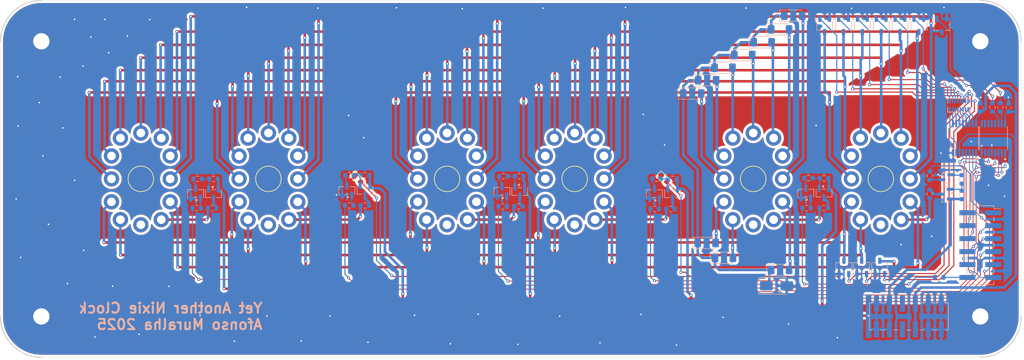
<source format=kicad_pcb>
(kicad_pcb (version 20241229) (generator "pcbnew") (generator_version "9.0")
  (layers (0 "F.Cu" signal) (2 "B.Cu" signal) (13 "F.Paste" user) (15 "B.Paste" user) (5 "F.SilkS" user "F.Silkscreen") (7 "B.SilkS" user "B.Silkscreen") (1 "F.Mask" user) (3 "B.Mask" user) (25 "Edge.Cuts" user))
  (net 0 "")
  (net 1 "GND")
  (net 2 "/LED")
  (net 3 "Net-(D1-A)")
  (net 4 "VCC3V3")
  (net 5 "VCCHV")
  (net 6 "Net-(D10-K)")
  (net 7 "/Nixie Driver/K0")
  (net 8 "/Nixie Driver/K1")
  (net 9 "/Nixie Driver/K2")
  (net 10 "/Nixie Driver/K3")
  (net 11 "/Nixie Driver/K4")
  (net 12 "/Nixie Driver/K5")
  (net 13 "/Nixie Driver/K6")
  (net 14 "/Nixie Driver/K7")
  (net 15 "/Nixie Driver/K8")
  (net 16 "/Nixie Driver/K9")
  (net 18 "/Nixie Driver/Nixie0/A")
  (net 19 "/Nixie Driver/Nixie1/A")
  (net 21 "/Nixie Driver/Nixie2/A")
  (net 23 "/Nixie Driver/Nixie3/A")
  (net 26 "/Nixie Driver/Nixie4/A")
  (net 27 "/Nixie Driver/Nixie5/A")
  (net 29 "Net-(Q4-C)")
  (net 30 "Net-(Q4-B)")
  (net 31 "Net-(Q5-B)")
  (net 32 "Net-(Q5-C)")
  (net 33 "Net-(Q6-B)")
  (net 34 "Net-(Q7-B)")
  (net 35 "Net-(Q8-B)")
  (net 36 "Net-(Q9-B)")
  (net 37 "Net-(Q10-B)")
  (net 38 "Net-(Q11-B)")
  (net 39 "Net-(Q12-B)")
  (net 40 "Net-(Q13-B)")
  (net 41 "Net-(Q14-B)")
  (net 42 "Net-(Q15-B)")
  (net 43 "Net-(Q16-C)")
  (net 44 "Net-(Q16-B)")
  (net 45 "Net-(Q17-B)")
  (net 46 "Net-(Q17-C)")
  (net 47 "Net-(Q18-B)")
  (net 48 "Net-(Q18-C)")
  (net 49 "Net-(Q19-B)")
  (net 50 "Net-(Q19-C)")
  (net 51 "Net-(Q20-B)")
  (net 52 "Net-(Q20-C)")
  (net 53 "Net-(Q21-C)")
  (net 54 "Net-(Q21-B)")
  (net 55 "Net-(Q22-C)")
  (net 56 "Net-(Q22-B)")
  (net 57 "Net-(Q23-C)")
  (net 58 "Net-(Q23-B)")
  (net 59 "Net-(Q24-B)")
  (net 60 "Net-(Q24-C)")
  (net 61 "Net-(Q25-B)")
  (net 62 "Net-(Q25-C)")
  (net 63 "/G_A0")
  (net 64 "/~{N_LE}")
  (net 65 "/G_A5")
  (net 66 "/G_A2")
  (net 67 "/G_A4")
  (net 68 "/G_A3")
  (net 69 "/N2")
  (net 70 "/N0")
  (net 71 "/N1")
  (net 72 "/G_A1")
  (net 73 "/N3")
  (net 74 "/Nixie Driver/G_K6")
  (net 75 "/Nixie Driver/G_K5")
  (net 76 "/Nixie Driver/G_K7")
  (net 77 "/Nixie Driver/G_K2")
  (net 78 "/Nixie Driver/G_K0")
  (net 79 "/Nixie Driver/G_K3")
  (net 80 "/Nixie Driver/G_K4")
  (net 81 "/Nixie Driver/G_K1")
  (net 82 "/Nixie Driver/G_K8")
  (net 83 "/Nixie Driver/G_K9")
  (footprint "Yet-Another-Nixie-Clock-Face:IN_12B_Socket" (layer "F.Cu") (at 79.075 100.25)
    (property "Reference" "J9" (hide yes))
    (property "Value" "Nixie IN12")
  )
  (footprint "Yet-Another-Nixie-Clock-Face:IN_12B_Socket" (layer "F.Cu") (at 104.075 100.25)
    (property "Reference" "J8" (hide yes))
    (property "Value" "Nixie IN12")
  )
  (footprint "LED_SMD:LED_0603_1608Metric" (layer "F.Cu") (at 181.575 100.25 -45)
    (property "Reference" "D2" (hide yes))
    (property "Value" "LED")
  )
  (footprint "MountingHole:MountingHole_3.2mm_M3_Pad" (layer "F.Cu") (at 59.575 127.25)
    (property "Reference" "H4" (hide yes))
    (property "Value" "MountingHole_Pad")
  )
  (footprint "Yet-Another-Nixie-Clock-Face:IN_12B_Socket" (layer "F.Cu") (at 164.075 100.25)
    (property "Reference" "J6" (hide yes))
    (property "Value" "Nixie IN12")
  )
  (footprint "Yet-Another-Nixie-Clock-Face:IN_12B_Socket" (layer "F.Cu") (at 139.075 100.25)
    (property "Reference" "J7" (hide yes))
    (property "Value" "Nixie IN12")
  )
  (footprint "LED_SMD:LED_0603_1608Metric" (layer "F.Cu") (at 121.575 100.25 -45)
    (property "Reference" "D1" (hide yes))
    (property "Value" "LED")
  )
  (footprint "Yet-Another-Nixie-Clock-Face:IN_12B_Socket" (layer "F.Cu") (at 199.075 100.25)
    (property "Reference" "J5" (hide yes))
    (property "Value" "Nixie IN12")
  )
  (footprint "MountingHole:MountingHole_3.2mm_M3_Pad" (layer "F.Cu") (at 243.575 73.25)
    (property "Reference" "H2" (hide yes))
    (property "Value" "MountingHole_Pad" (hide yes))
  )
  (footprint "MountingHole:MountingHole_3.2mm_M3_Pad" (layer "F.Cu") (at 243.575 127.25)
    (property "Reference" "H3" (hide yes))
    (property "Value" "MountingHole_Pad")
  )
  (footprint "Yet-Another-Nixie-Clock-Face:IN_12B_Socket" (layer "F.Cu") (at 224.075 100.25)
    (property "Reference" "J4" (hide yes))
    (property "Value" "Nixie IN12")
  )
  (footprint "MountingHole:MountingHole_3.2mm_M3_Pad" (layer "F.Cu") (at 59.575 73.25)
    (property "Reference" "H1" (hide yes))
    (property "Value" "MountingHole_Pad")
  )
  (footprint "Package_TO_SOT_SMD:SOT-23" (layer "B.Cu") (at 93.3 103.15 -90)
    (property "Reference" "Q25" (hide yes))
    (property "Value" "PMBTA92")
  )
  (footprint "Package_TO_SOT_SMD:SOT-23" (layer "B.Cu") (at 212.95 103.0375 -90)
    (property "Reference" "Q17" (hide yes))
    (property "Value" "PMBTA92")
  )
  (footprint "Diode_SMD:D_MiniMELF" (layer "B.Cu") (at 193.35 115.75)
    (property "Reference" "D5" (hide yes))
    (property "Value" "BAV103")
  )
  (footprint "Capacitor_SMD:C_0603_1608Metric" (layer "B.Cu") (at 243.575 86.225 -90)
    (property "Reference" "C21" (hide yes))
    (property "Value" "100nF")
  )
  (footprint "Package_TO_SOT_SMD:SOT-23" (layer "B.Cu") (at 89.8 103.1125 90)
    (property "Reference" "Q24" (hide yes))
    (property "Value" "PMBTA42")
  )
  (footprint "Package_TO_SOT_SMD:TSOT-23" (layer "B.Cu") (at 224.145 70.14 -90)
    (property "Reference" "Q12" (hide yes))
    (property "Value" "BF820")
  )
  (footprint "Package_TO_SOT_SMD:SOT-23" (layer "B.Cu") (at 119.45 102.525 90)
    (property "Reference" "Q22" (hide yes))
    (property "Value" "PMBTA42")
  )
  (footprint "Package_TO_SOT_SMD:SOT-23" (layer "B.Cu") (at 149.825 102.7 90)
    (property "Reference" "Q20" (hide yes))
    (property "Value" "PMBTA42")
  )
  (footprint "Package_TO_SOT_SMD:TSOT-23" (layer "B.Cu") (at 236.0325 70.15 -90)
    (property "Reference" "Q15" (hide yes))
    (property "Value" "BF820")
  )
  (footprint "Package_TO_SOT_SMD:TSOT-23" (layer "B.Cu") (at 216.765 70.14 -90)
    (property "Reference" "Q10" (hide yes))
    (property "Value" "BF820")
  )
  (footprint "Resistor_SMD:R_0603_1608Metric" (layer "B.Cu") (at 90.2 100.2625 180)
    (property "Reference" "R44" (hide yes))
    (property "Value" "300k")
  )
  (footprint "Package_TO_SOT_SMD:TSOT-23" (layer "B.Cu") (at 220.455 70.14 -90)
    (property "Reference" "Q11" (hide yes))
    (property "Value" "BF820")
  )
  (footprint "Package_TO_SOT_SMD:SOT-23" (layer "B.Cu") (at 209.375 103.05 90)
    (property "Reference" "Q16" (hide yes))
    (property "Value" "PMBTA42")
  )
  (footprint "Resistor_SMD:R_0603_1608Metric" (layer "B.Cu") (at 183.25 100.25 180)
    (property "Reference" "R33" (hide yes))
    (property "Value" "10k")
  )
  (footprint "Package_TO_SOT_SMD:SOT-23" (layer "B.Cu") (at 123 102.5 -90)
    (property "Reference" "Q23" (hide yes))
    (property "Value" "PMBTA92")
  )
  (footprint "Resistor_SMD:R_0603_1608Metric" (layer "B.Cu") (at 182.874999 106.175 180)
    (property "Reference" "R34" (hide yes))
    (property "Value" "4.7k")
  )
  (footprint "Resistor_SMD:R_0603_1608Metric" (layer "B.Cu") (at 212.975 100.1375 180)
    (property "Reference" "R29" (hide yes))
    (property "Value" "10k")
  )
  (footprint "Resistor_SMD:R_0603_1608Metric" (layer "B.Cu") (at 90 105.9875 180)
    (property "Reference" "R43" (hide yes))
    (property "Value" "4.7k")
  )
  (footprint "Resistor_SMD:R_0603_1608Metric" (layer "B.Cu") (at 93.3 100.2625 180)
    (property "Reference" "R45" (hide yes))
    (property "Value" "10k")
  )
  (footprint "Resistor_SMD:R_0603_1608Metric" (layer "B.Cu") (at 123.000001 99.5375 180)
    (property "Reference" "R41" (hide yes))
    (property "Value" "10k")
  )
  (footprint "Connector_PinHeader_2.54mm:PinHeader_2x06_P2.54mm_Vertical_SMD" (layer "B.Cu") (at 243.575 113.25 180)
    (property "Reference" "J10" (hide yes))
    (property "Value" "Conn_02x06_Odd_Even")
  )
  (footprint "Resistor_SMD:R_0603_1608Metric" (layer "B.Cu") (at 153.2 99.7375 180)
    (property "Reference" "R37" (hide yes))
    (property "Value" "10k")
  )
  (footprint "Resistor_SMD:R_0603_1608Metric" (layer "B.Cu") (at 245.95 86.2 90)
    (property "Reference" "R26" (hide yes))
    (property "Value" "10k")
  )
  (footprint "Resistor_SMD:R_0603_1608Metric" (layer "B.Cu") (at 149.975 105.6625 180)
    (property "Reference" "R35" (hide yes))
    (property "Value" "4.7k")
  )
  (footprint "Resistor_SMD:R_0603_1608Metric" (layer "B.Cu") (at 233.6875 99.625 90)
    (property "Reference" "R21" (hide yes))
    (property "Value" "4.7k")
  )
  (footprint "Diode_SMD:D_MiniMELF" (layer "B.Cu") (at 190.05 80.9)
    (property "Reference" "D8" (hide yes))
    (property "Value" "BAV103")
  )
  (footprint "Package_TO_SOT_SMD:SOT-23" (layer "B.Cu") (at 236.8125 103.25 180)
    (property "Reference" "Q5" (hide yes))
    (property "Value" "PMBTA92")
  )
  (footprint "Resistor_SMD:R_0603_1608Metric" (layer "B.Cu") (at 122.95 105.4625 180)
    (property "Reference" "R42" (hide yes))
    (property "Value" "4.7k")
  )
  (footprint "Resistor_SMD:R_0603_1608Metric" (layer "B.Cu") (at 209.9 100.1125 180)
    (property "Reference" "R28" (hide yes))
    (property "Value" "300k")
  )
  (footprint "Yet-Another-Nixie-Clock:RES-ARRAY-SMD_0402-16P-L4.0-W1.6-BL-2" (layer "B.Cu") (at 239.425001 85.8 180)
    (property "Reference" "RN1" (hide yes))
    (property "Value" "R_Pack08_Split")
  )
  (footprint "Package_TO_SOT_SMD:TSOT-23" (layer "B.Cu") (at 223.875 117.625 90)
    (property "Reference" "Q6" (hide yes))
    (property "Value" "BF820")
  )
  (footprint "Diode_SMD:D_MiniMELF" (layer "B.Cu") (at 189.95 112.825)
    (property "Reference" "D6" (hide yes))
    (property "Value" "BAV103")
  )
  (footprint "Capacitor_SMD:C_0603_1608Metric" (layer "B.Cu") (at 249.125 86.275 -90)
    (property "Reference" "C20" (hide yes))
    (property "Value" "100nF")
  )
  (footprint "Package_TO_SOT_SMD:TSOT-23" (layer "B.Cu") (at 220.325 117.61 90)
    (property "Reference" "Q7" (hide yes))
    (property "Value" "BF820")
  )
  (footprint "Package_TO_SOT_SMD:TSOT-23" (layer "B.Cu") (at 231.525 70.14 -90)
    (property "Reference" "Q14" (hide yes))
    (property "Value" "BF820")
  )
  (footprint "Resistor_SMD:R_0603_1608Metric" (layer "B.Cu") (at 119.9 105.4625 180)
    (property "Reference" "R39" (hide yes))
    (property "Value" "4.7k")
  )
  (footprint "Diode_SMD:D_SMA" (layer "B.Cu") (at 203.649999 121.25)
    (property "Reference" "D14" (hide yes))
    (property "Value" "100V")
  )
  (footprint "Resistor_SMD:R_0603_1608Metric" (layer "B.Cu") (at 153.075 105.6625 180)
    (property "Reference" "R38" (hide yes))
    (property "Value" "4.7k")
  )
  (footprint "Diode_SMD:D_MiniMELF" (layer "B.Cu") (at 200.925 73.45)
    (property "Reference" "D11" (hide yes))
    (property "Value" "BAV103")
  )
  (footprint "Diode_SMD:D_MiniMELF" (layer "B.Cu") (at 204.35 118.125)
    (property "Reference" "D4" (hide yes))
    (property "Value" "BAV103")
  )
  (footprint "Package_TO_SOT_SMD:SOT-23" (layer "B.Cu") (at 153.33 102.7375 -90)
    (property "Reference" "Q21" (hide yes))
    (property "Value" "PMBTA92")
  )
  (footprint "Resistor_SMD:R_0603_1608Metric" (layer "B.Cu") (at 235.525 119.575)
    (property "Reference" "R1" (hide yes))
    (property "Value" "1k")
  )
  (footprint "Diode_SMD:D_MiniMELF" (layer "B.Cu") (at 197.125 75.95)
    (property "Reference" "D10" (hide yes))
    (property "Value" "BAV103")
  )
  (footprint "Resistor_SMD:R_0603_1608Metric" (layer "B.Cu") (at 239.9625 100.35 90)
    (property "Reference" "R22" (hide yes))
    (property "Value" "300k")
  )
  (footprint "Resistor_SMD:R_0603_1608Metric" (layer "B.Cu") (at 233.6625 103.2 -90)
    (property "Reference" "R24" (hide yes))
    (property "Value" "4.7k")
  )
  (footprint "Diode_SMD:D_MiniMELF" (layer "B.Cu") (at 187.125 83.5)
    (property "Reference" "D7" (hide yes))
    (property "Value" "BAV103")
  )
  (footprint "Package_TO_SOT_SMD:TSOT-23" (layer "B.Cu") (at 213.075 70.14 -90)
    (property "Reference" "Q9" (hide yes))
    (property "Value" "BF820")
  )
  (footprint "Connector_PinHeader_2.54mm:PinHeader_2x06_P2.54mm_Vertical_SMD" (layer "B.Cu") (at 229.575002 127.25 -90)
    (property "Reference" "J11" (hide yes))
    (property "Value" "Conn_02x06_Odd_Even")
  )
  (footprint "Package_SO:TSSOP-16_4.4x5mm_P0.65mm" (layer "B.Cu") (at 246.15 92.275 90)
    (property "Reference" "U8" (hide yes))
    (property "Value" "74HC237")
  )
  (footprint "Resistor_SMD:R_0603_1608Metric" (layer "B.Cu") (at 209.525 105.9875 180)
    (property "Reference" "R27" (hide yes))
    (property "Value" "4.7k")
  )
  (footprint "Package_TO_SOT_SMD:TSOT-23" (layer "B.Cu") (at 227.835 70.14 -90)
    (property "Reference" "Q13" (hide yes))
    (property "Value" "BF820")
  )
  (footprint "Resistor_SMD:R_0603_1608Metric" (layer "B.Cu") (at 150.125 99.7375 180)
    (property "Reference" "R36" (hide yes))
    (property "Value" "300k")
  )
  (footprint "Diode_SMD:D_MiniMELF" (layer "B.Cu") (at 204.35 70.925)
    (property "Reference" "D12" (hide yes))
    (property "Value" "BAV103")
  )
  (footprint "Resistor_SMD:R_0603_1608Metric" (layer "B.Cu") (at 93.05 105.9875 180)
    (property "Reference" "R46" (hide yes))
    (property "Value" "4.7k")
  )
  (footprint "Package_TO_SOT_SMD:SOT-23" (layer "B.Cu") (at 179.725 103.1625 90)
    (property "Reference" "Q18" (hide yes))
    (property "Value" "PMBTA42")
  )
  (footprint "Resistor_SMD:R_0603_1608Metric" (layer "B.Cu") (at 119.95 99.5375 180)
    (property "Reference" "R40" (hide yes))
    (property "Value" "300k")
  )
  (footprint "Resistor_SMD:R_0603_1608Metric" (layer "B.Cu") (at 179.775 106.15 180)
    (property "Reference" "R31" (hide yes))
    (property "Value" "4.7k")
  )
  (footprint "Package_TO_SOT_SMD:TSOT-23" (layer "B.Cu") (at 216.85 117.625 90)
    (property "Reference" "Q8" (hide yes))
    (property "Value" "BF820")
  )
  (footprint "Resistor_SMD:R_0603_1608Metric" (layer "B.Cu") (at 247.5 86.2 90)
    (property "Reference" "R25" (hide yes))
    (property "Value" "10k")
  )
  (footprint "Package_TO_SOT_SMD:SOT-23" (layer "B.Cu") (at 183.275 103.1625 -90)
    (property "Reference" "Q19" (hide yes))
    (property "Value" "PMBTA92")
  )
  (footprint "Resistor_SMD:R_0603_1608Metric" (layer "B.Cu") (at 180.125 100.25 180)
    (property "Reference" "R32" (hide yes))
    (property "Value" "300k")
  )
  (footprint "Diode_SMD:D_MiniMELF" (layer "B.Cu") (at 193.25 78.45)
    (property "Reference" "D9" (hide yes))
    (property "Value" "BAV103")
  )
  (footprint "Package_TO_SOT_SMD:SOT-23" (layer "B.Cu") (at 236.9375 99.45)
    (property "Reference" "Q4" (hide yes))
    (property "Value" "PMBTA42")
  )
  (footprint "Diode_SMD:D_MiniMELF" (layer "B.Cu") (at 206.925 68.225)
    (property "Reference" "D13" (hide yes))
    (property "Value" "BAV103")
  )
  (footprint "Resistor_SMD:R_0603_1608Metric" (layer "B.Cu") (at 212.9 105.9625 180)
    (property "Reference" "R30" (hide yes))
    (property "Value" "4.7k")
  )
  (footprint "Package_SO:TSSOP-16_4.4x5mm_P0.65mm" (layer "B.Cu") (at 240.475 92.262501 90)
    (property "Reference" "U7" (hide yes))
    (property "Value" "74HC237")
  )
  (footprint "Resistor_SMD:R_0603_1608Metric" (layer "B.Cu") (at 239.9625 103.4 90)
    (property "Reference" "R23" (hide yes))
    (property "Value" "10k")
  )
  (gr_arc (start 243.575 65.25) (mid 249.231854 67.593146) (end 251.575 73.25) (stroke (width 0.2)) (layer "Edge.Cuts"))
  (gr_arc (start 59.575 135.25) (mid 53.916161 132.915016) (end 51.575 127.25) (stroke (width 0.2)) (layer "Edge.Cuts"))
  (gr_line (start 243.575 135.25) (end 59.575 135.25) (stroke (width 0.05)) (layer "Edge.Cuts"))
  (gr_arc (start 251.575 127.25) (mid 249.231854 132.906854) (end 243.575 135.25) (stroke (width 0.2)) (layer "Edge.Cuts"))
  (gr_line (start 243.575 65.25) (end 59.575 65.25) (stroke (width 0.05)) (layer "Edge.Cuts"))
  (gr_line (start 251.575 73.25) (end 251.575 127.25) (stroke (width 0.05)) (layer "Edge.Cuts"))
  (gr_arc (start 51.575 73.25) (mid 53.918146 67.593146) (end 59.575 65.25) (stroke (width 0.2)) (layer "Edge.Cuts"))
  (gr_line (start 51.575 127.250348) (end 51.575 73.25) (stroke (width 0.05)) (layer "Edge.Cuts"))
  (gr_text "Yet Another Nixie Clock\nAfonso Muralha 2025" (at 103.115 130 0) (layer "B.SilkS") (effects (font (size 2 2) (thickness 0.4) (bold yes)) (justify left bottom mirror)))
  (via (at 67.75 78.125) (size 0.6) (drill 0.3) (layers "F.Cu" "B.Cu") (net 1))
  (via (at 243.85 93.725) (size 0.6) (drill 0.3) (layers "F.Cu" "B.Cu") (net 1))
  (via (at 145.175 126.8) (size 0.6) (drill 0.3) (layers "F.Cu" "B.Cu") (net 1))
  (via (at 142.05 66.85) (size 0.6) (drill 0.3) (layers "F.Cu" "B.Cu") (net 1))
  (via (at 205.975 128.75) (size 0.6) (drill 0.3) (layers "F.Cu" "B.Cu") (net 1))
  (via (at 63.275 80.275) (size 0.6) (drill 0.3) (layers "F.Cu" "B.Cu") (net 1))
  (via (at 243.625 84.25) (size 0.6) (drill 0.3) (layers "F.Cu" "B.Cu") (net 1))
  (via (at 193.15 127.425) (size 0.6) (drill 0.3) (layers "F.Cu" "B.Cu") (net 1))
  (via (at 60.975 109.175) (size 0.6) (drill 0.3) (layers "F.Cu" "B.Cu") (net 1))
  (via (at 54.925 80.2) (size 0.6) (drill 0.3) (layers "F.Cu" "B.Cu") (net 1))
  (via (at 78.725 130.75) (size 0.6) (drill 0.3) (layers "F.Cu" "B.Cu") (net 1))
  (via (at 90.675 127.05) (size 0.6) (drill 0.3) (layers "F.Cu" "B.Cu") (net 1))
  (via (at 59.15 85.275) (size 0.6) (drill 0.3) (layers "F.Cu" "B.Cu") (net 1))
  (via (at 123.575 132.325) (size 0.6) (drill 0.3) (layers "F.Cu" "B.Cu") (net 1))
  (via (at 70.075 131.275) (size 0.6) (drill 0.3) (layers "F.Cu" "B.Cu") (net 1))
  (via (at 157.875 66.75) (size 0.6) (drill 0.3) (layers "F.Cu" "B.Cu") (net 1))
  (via (at 55.025 89.85) (size 0.6) (drill 0.3) (layers "F.Cu" "B.Cu") (net 1))
  (via (at 215.55 131.4) (size 0.6) (drill 0.3) (layers "F.Cu" "B.Cu") (net 1))
  (via (at 69.275 72.425) (size 0.6) (drill 0.3) (layers "F.Cu" "B.Cu") (net 1))
  (via (at 169.05 132.425) (size 0.6) (drill 0.3) (layers "F.Cu" "B.Cu") (net 1))
  (via (at 64.675 120.8) (size 0.6) (drill 0.3) (layers "F.Cu" "B.Cu") (net 1))
  (via (at 99.8 66.575) (size 0.6) (drill 0.3) (layers "F.Cu" "B.Cu") (net 1))
  (via (at 248.3 103.65) (size 0.6) (drill 0.3) (layers "F.Cu" "B.Cu") (net 1))
  (via (at 72.775 75.5) (size 0.6) (drill 0.3) (layers "F.Cu" "B.Cu") (net 1))
  (via (at 80.825 69) (size 0.6) (drill 0.3) (layers "F.Cu" "B.Cu") (net 1))
  (via (at 66.1 100.525) (size 0.6) (drill 0.3) (layers "F.Cu" "B.Cu") (net 1))
  (via (at 117.4 103.375) (size 0.6) (drill 0.3) (layers "F.Cu" "B.Cu") (net 1))
  (via (at 59.875 95.725) (size 0.6) (drill 0.3) (layers "F.Cu" "B.Cu") (net 1))
  (via (at 72.025 68.975) (size 0.6) (drill 0.3) (layers "F.Cu" "B.Cu") (net 1))
  (via (at 177.525 87.575) (size 0.6) (drill 0.3) (layers "F.Cu" "B.Cu") (net 1))
  (via (at 119.8 87.825) (size 0.6) (drill 0.3) (layers "F.Cu" "B.Cu") (net 1))
  (via (at 161.15 127.2) (size 0.6) (drill 0.3) (layers "F.Cu" "B.Cu") (net 1))
  (via (at 110.5 132.05) (size 0.6) (drill 0.3) (layers "F.Cu" "B.Cu") (net 1))
  (via (at 54.65 104.175) (size 0.6) (drill 0.3) (layers "F.Cu" "B.Cu") (net 1))
  (via (at 132.7 127) (size 0.6) (drill 0.3) (layers "F.Cu" "B.Cu") (net 1))
  (via (at 235.275 99.4) (size 0.6) (drill 0.3) (layers "F.Cu" "B.Cu") (net 1))
  (via (at 241.8 92.925) (size 0.6) (drill 0.3) (layers "F.Cu" "B.Cu") (net 1))
  (via (at 211.4 89.775) (size 0.6) (drill 0.3) (layers "F.Cu" "B.Cu") (net 1))
  (via (at 218.35 66.8) (size 0.6) (drill 0.3) (layers "F.Cu" "B.Cu") (net 1))
  (via (at 174.05 66.6) (size 0.6) (drill 0.3) (layers "F.Cu" "B.Cu") (net 1))
  (via (at 234.05 111.5) (size 0.6) (drill 0.3) (layers "F.Cu" "B.Cu") (net 1))
  (via (at 197.625 66.725) (size 0.6) (drill 0.3) (layers "F.Cu" "B.Cu") (net 1))
  (via (at 73.55 121.3) (size 0.6) (drill 0.3) (layers "F.Cu" "B.Cu") (net 1))
  (via (at 129.15 66.675) (size 0.6) (drill 0.3) (layers "F.Cu" "B.Cu") (net 1))
  (via (at 67.875 114.25) (size 0.6) (drill 0.3) (layers "F.Cu" "B.Cu") (net 1))
  (via (at 245.825 93.625) (size 0.6) (drill 0.3) (layers "F.Cu" "B.Cu") (net 1))
  (via (at 63.8 90.25) (size 0.6) (drill 0.3) (layers "F.Cu" "B.Cu") (net 1))
  (via (at 235.875 95.2) (size 0.6) (drill 0.3) (layers "F.Cu" "B.Cu") (net 1))
  (via (at 152.975 132.725) (size 0.6) (drill 0.3) (layers "F.Cu" "B.Cu") (net 1))
  (via (at 228.05 113.15) (size 0.6) (drill 0.3) (layers "F.Cu" "B.Cu") (net 1))
  (via (at 55.525 115.675) (size 0.6) (drill 0.3) (layers "F.Cu" "B.Cu") (net 1))
  (via (at 103.775 127.15) (size 0.6) (drill 0.3) (layers "F.Cu" "B.Cu") (net 1))
  (via (at 139.725 132.6) (size 0.6) (drill 0.3) (layers "F.Cu" "B.Cu") (net 1))
  (via (at 184.025 132.875) (size 0.6) (drill 0.3) (layers "F.Cu" "B.Cu") (net 1))
  (via (at 181.7 93.6) (size 0.6) (drill 0.3) (layers "F.Cu" "B.Cu") (net 1))
  (via (at 66.1 68.95) (size 0.6) (drill 0.3) (layers "F.Cu" "B.Cu") (net 1))
  (via (at 76.45 72.2) (size 0.6) (drill 0.3) (layers "F.Cu" "B.Cu") (net 1))
  (via (at 122.75 92.175) (size 0.6) (drill 0.3) (layers "F.Cu" "B.Cu") (net 1))
  (via (at 113.75 66.75) (size 0.6) (drill 0.3) (layers "F.Cu" "B.Cu") (net 1))
  (via (at 249.075 84.225) (size 0.6) (drill 0.3) (layers "F.Cu" "B.Cu") (net 1))
  (via (at 236.45 66.6) (size 0.6) (drill 0.3) (layers "F.Cu" "B.Cu") (net 1))
  (via (at 116.15 127.15) (size 0.6) (drill 0.3) (layers "F.Cu" "B.Cu") (net 1))
  (via (at 245.175 101.5) (size 0.6) (drill 0.3) (layers "F.Cu" "B.Cu") (net 1))
  (via (at 97.4 132.1) (size 0.6) (drill 0.3) (layers "F.Cu" "B.Cu") (net 1))
  (via (at 84.6 121.35) (size 0.6) (drill 0.3) (layers "F.Cu" "B.Cu") (net 1))
  (via (at 177.075 126.825) (size 0.6) (drill 0.3) (layers "F.Cu" "B.Cu") (net 1))
  (segment (start 243.875 95.1375) (end 243.875 93.75) (width 0.2) (layer "B.Cu") (net 1))
  (segment (start 117.4875 103.4625) (end 117.4 103.375) (width 0.2) (layer "B.Cu") (net 1))
  (segment (start 238.2 95.125001) (end 235.949999 95.125001) (width 0.2) (layer "B.Cu") (net 1))
  (segment (start 245.825 95.1375) (end 245.825 93.625) (width 0.2) (layer "B.Cu") (net 1))
  (segment (start 249.125 85.5) (end 249.125 84.275) (width 0.2) (layer "B.Cu") (net 1))
  (segment (start 235.275 99.4) (end 235.275 99.225) (width 0.2) (layer "B.Cu") (net 1))
  (segment (start 235.949999 95.125001) (end 235.875 95.2) (width 0.2) (layer "B.Cu") (net 1))
  (segment (start 118.5 103.4625) (end 117.4875 103.4625) (width 0.2) (layer "B.Cu") (net 1))
  (segment (start 249.125 84.275) (end 249.075 84.225) (width 0.2) (layer "B.Cu") (net 1))
  (segment (start 243.875 93.75) (end 243.85 93.725) (width 0.2) (layer "B.Cu") (net 1))
  (segment (start 235.275 99.225) (end 236 98.5) (width 0.2) (layer "B.Cu") (net 1))
  (segment (start 243.575 84.3) (end 243.625 84.25) (width 0.2) (layer "B.Cu") (net 1))
  (segment (start 243.575 85.45) (end 243.575 84.3) (width 0.2) (layer "B.Cu") (net 1))
  (segment (start 241.025 119.575) (end 241.05 119.6) (width 0.2) (layer "B.Cu") (net 2))
  (segment (start 236.35 119.575) (end 241.025 119.575) (width 0.2) (layer "B.Cu") (net 2))
  (segment (start 217.125 120.975) (end 216.575 120.425) (width 0.2) (layer "F.Cu") (net 3))
  (segment (start 215.55 119.4) (end 204.7 119.4) (width 0.2) (layer "F.Cu") (net 3))
  (segment (start 229.55 120.875) (end 229.45 120.975) (width 0.2) (layer "F.Cu") (net 3))
  (segment (start 124.2 102.875) (end 122.131847 100.806847) (width 0.2) (layer "F.Cu") (net 3))
  (segment (start 185.825 118.575) (end 184.925 118.575) (width 0.2) (layer "F.Cu") (net 3))
  (segment (start 184.9 103.575) (end 182.131847 100.806847) (width 0.2) (layer "F.Cu") (net 3))
  (segment (start 184.925 103.575) (end 184.9 103.575) (width 0.2) (layer "F.Cu") (net 3))
  (segment (start 186.65 119.4) (end 128.425 119.4) (width 0.2) (layer "F.Cu") (net 3))
  (segment (start 124.2 102.9) (end 124.2 102.875) (width 0.2) (layer "F.Cu") (net 3))
  (segment (start 128.425 119.4) (end 128.25 119.225) (width 0.2) (layer "F.Cu") (net 3))
  (segment (start 204.7 119.4) (end 186.65 119.4) (width 0.2) (layer "F.Cu") (net 3))
  (segment (start 216.575 120.425) (end 215.55 119.4) (width 0.2) (layer "F.Cu") (net 3))
  (segment (start 218.05 120.975) (end 217.125 120.975) (width 0.2) (layer "F.Cu") (net 3))
  (segment (start 186.65 119.4) (end 185.825 118.575) (width 0.2) (layer "F.Cu") (net 3))
  (segment (start 229.45 120.975) (end 218.05 120.975) (width 0.2) (layer "F.Cu") (net 3))
  (segment (start 125.25 103.95) (end 124.2 102.9) (width 0.2) (layer "F.Cu") (net 3))
  (via (at 184.925 118.575) (size 0.6) (drill 0.3) (layers "F.Cu" "B.Cu") (net 3))
  (via (at 128.25 119.225) (size 0.6) (drill 0.3) (layers "F.Cu" "B.Cu") (net 3))
  (via (at 125.25 103.95) (size 0.6) (drill 0.3) (layers "F.Cu" "B.Cu") (net 3))
  (via (at 229.55 120.875) (size 0.6) (drill 0.3) (layers "F.Cu" "B.Cu") (net 3))
  (via (at 184.925 103.575) (size 0.6) (drill 0.3) (layers "F.Cu" "B.Cu") (net 3))
  (segment (start 125.25 103.95) (end 125.25 116.25) (width 0.2) (layer "B.Cu") (net 3))
  (segment (start 229.65 120.875) (end 229.55 120.875) (width 0.2) (layer "B.Cu") (net 3))
  (segment (start 125.275 116.25) (end 125.25 116.25) (width 0.2) (layer "B.Cu") (net 3))
  (segment (start 234.7 119.575) (end 230.95 119.575) (width 0.2) (layer "B.Cu") (net 3))
  (segment (start 128.25 119.225) (end 125.275 116.25) (width 0.2) (layer "B.Cu") (net 3))
  (segment (start 230.95 119.575) (end 229.65 120.875) (width 0.2) (layer "B.Cu") (net 3))
  (segment (start 184.925 118.575) (end 184.925 103.575) (width 0.2) (layer "B.Cu") (net 3))
  (segment (start 249.225 82) (end 246.3 82) (width 0.5) (layer "B.Cu") (net 4))
  (segment (start 244.625 86.45) (end 244.075 87) (width 0.5) (layer "B.Cu") (net 4))
  (segment (start 243.575 87.5) (end 243.575 87) (width 0.2) (layer "B.Cu") (net 4))
  (segment (start 248.425 89.4125) (end 248.425 87.75) (width 0.2) (layer "B.Cu") (net 4))
  (segment (start 250.55 87.075) (end 250.525 87.05) (width 0.5) (layer "B.Cu") (net 4))
  (segment (start 244.075 87) (end 243.575 87) (width 0.5) (layer "B.Cu") (net 4))
  (segment (start 239.5 95.125001) (end 239.5 94.387502) (width 0.2) (layer "B.Cu") (net 4))
  (segment (start 250.55 87.075) (end 250.55 83.325) (width 0.5) (layer "B.Cu") (net 4))
  (segment (start 239.475 93.15) (end 241.15 91.475) (width 0.2) (layer "B.Cu") (net 4))
  (segment (start 242.75 88.325) (end 243.575 87.5) (width 0.2) (layer "B.Cu") (net 4))
  (segment (start 231.975 121.575) (end 248.25 121.575) (width 0.5) (layer "B.Cu") (net 4))
  (segment (start 250.55 83.325) (end 249.225 82) (width 0.5) (layer "B.Cu") (net 4))
  (segment (start 230.845002 124.725) (end 230.845002 122.704998) (width 0.5) (layer "B.Cu") (net 4))
  (segment (start 246.3 82) (end 244.625 83.675) (width 0.5) (layer "B.Cu") (net 4))
  (segment (start 239.5 94.387502) (end 239.475 94.362502) (width 0.2) (layer "B.Cu") (net 4))
  (segment (start 249.525 91.475) (end 250.55 92.5) (width 0.2) (layer "B.Cu") (net 4))
  (segment (start 242.75 89.400001) (end 242.75 88.325) (width 0.2) (layer "B.Cu") (net 4))
  (segment (start 241.15 91.475) (end 249.525 91.475) (width 0.2) (layer "B.Cu") (net 4))
  (segment (start 248.25 121.575) (end 250.55 119.275) (width 0.5) (layer "B.Cu") (net 4))
  (segment (start 239.475 94.362502) (end 239.475 93.15) (width 0.2) (layer "B.Cu") (net 4))
  (segment (start 250.525 87.05) (end 249.125 87.05) (width 0.5) (layer "B.Cu") (net 4))
  (segment (start 248.425 87.75) (end 249.125 87.05) (width 0.2) (layer "B.Cu") (net 4))
  (segment (start 230.845002 122.704998) (end 231.975 121.575) (width 0.5) (layer "B.Cu") (net 4))
  (segment (start 250.55 92.5) (end 250.55 87.075) (width 0.5) (layer "B.Cu") (net 4))
  (segment (start 250.55 119.275) (end 250.55 92.5) (width 0.5) (layer "B.Cu") (net 4))
  (segment (start 244.625 83.675) (end 244.625 86.45) (width 0.5) (layer "B.Cu") (net 4))
  (segment (start 230.845002 129.775) (end 230.845002 124.725) (width 0.5) (layer "B.Cu") (net 4))
  (segment (start 116.925 121.8) (end 118.175 123.05) (width 0.5) (layer "F.Cu") (net 5))
  (segment (start 203.175 125.15) (end 212.6 125.15) (width 0.5) (layer "F.Cu") (net 5))
  (segment (start 212.6 125.15) (end 218.175 125.15) (width 0.5) (layer "F.Cu") (net 5))
  (segment (start 155.375 123.8) (end 186.85 123.8) (width 0.5) (layer "F.Cu") (net 5))
  (segment (start 130.4 122.8) (end 130.4 123.8) (width 0.5) (layer "F.Cu") (net 5))
  (segment (start 186.875 123.775) (end 186.85 123.8) (width 0.5) (layer "F.Cu") (net 5))
  (segment (start 130.4 123.8) (end 149.4 123.8) (width 0.5) (layer "F.Cu") (net 5))
  (segment (start 155.375 122.775) (end 155.375 123.8) (width 0.5) (layer "F.Cu") (net 5))
  (segment (start 212.6 124.275) (end 212.6 125.15) (width 0.5) (layer "F.Cu") (net 5))
  (segment (start 186.85 123.8) (end 201.825 123.8) (width 0.5) (layer "F.Cu") (net 5))
  (segment (start 186.875 123.1) (end 186.875 123.775) (width 0.5) (layer "F.Cu") (net 5))
  (segment (start 218.175 125.15) (end 220.125 127.1) (width 0.5) (layer "F.Cu") (net 5))
  (segment (start 95.375 121.8) (end 116.925 121.8) (width 0.5) (layer "F.Cu") (net 5))
  (segment (start 220.125 127.1) (end 221.65 127.1) (width 0.5) (layer "F.Cu") (net 5))
  (segment (start 201.825 123.8) (end 203.175 125.15) (width 0.5) (layer "F.Cu") (net 5))
  (segment (start 149.4 123.8) (end 155.375 123.8) (width 0.5) (layer "F.Cu") (net 5))
  (segment (start 118.925 123.8) (end 130.4 123.8) (width 0.5) (layer "F.Cu") (net 5))
  (segment (start 118.175 123.05) (end 118.925 123.8) (width 0.5) (layer "F.Cu") (net 5))
  (segment (start 155.4 122.75) (end 155.375 122.775) (width 0.5) (layer "F.Cu") (net 5))
  (via (at 95.375 121.8) (size 0.6) (drill 0.3) (layers "F.Cu" "B.Cu") (net 5))
  (via (at 155.4 122.75) (size 0.6) (drill 0.3) (layers "F.Cu" "B.Cu") (net 5))
  (via (at 221.65 127.1) (size 0.6) (drill 0.3) (layers "F.Cu" "B.Cu") (net 5))
  (via (at 130.4 122.8) (size 0.6) (drill 0.3) (layers "F.Cu" "B.Cu") (net 5))
  (via (at 186.875 123.1) (size 0.6) (drill 0.3) (layers "F.Cu" "B.Cu") (net 5))
  (via (at 212.6 124.275) (size 0.6) (drill 0.3) (layers "F.Cu" "B.Cu") (net 5))
  (segment (start 184.225 100.4) (end 184.075 100.25) (width 0.5) (layer "B.Cu") (net 5))
  (segment (start 125.925 102.1) (end 124.4875 102.1) (width 0.5) (layer "B.Cu") (net 5))
  (segment (start 229.175 118.075) (end 225.765002 121.484998) (width 0.5) (layer "B.Cu") (net 5))
  (segment (start 95.375 103.3375) (end 95.375 103.8) (width 0.5) (layer "B.Cu") (net 5))
  (segment (start 126.9 114.55) (end 126.9 103.075) (width 0.5) (layer "B.Cu") (net 5))
  (segment (start 155.325 122.675) (end 155.4 122.75) (width 0.5) (layer "B.Cu") (net 5))
  (segment (start 94.25 102.2125) (end 95.375 103.3375) (width 0.5) (layer "B.Cu") (net 5))
  (segment (start 123.95 99.662499) (end 123.825001 99.5375) (width 0.2) (layer "B.Cu") (net 5))
  (segment (start 154.28 100.83) (end 154.025 100.575) (width 0.5) (layer "B.Cu") (net 5))
  (segment (start 126.9 103.075) (end 125.925 102.1) (width 0.5) (layer "B.Cu") (net 5))
  (segment (start 215.275 103.475) (end 215.275 104.025) (width 0.5) (layer "B.Cu") (net 5))
  (segment (start 155.25 103.775) (end 155.325 103.85) (width 0.5) (layer "B.Cu") (net 5))
  (segment (start 215.275 110.65) (end 214.425 111.5) (width 0.5) (layer "B.Cu") (net 5))
  (segment (start 213.9 102.1) (end 215.275 103.475) (width 0.5) (layer "B.Cu") (net 5))
  (segment (start 155.325 105.4) (end 155.325 122.675) (width 0.5) (layer "B.Cu") (net 5))
  (segment (start 237.75 104.2) (end 237.75 113.225) (width 0.5) (layer "B.Cu") (net 5))
  (segment (start 124.4875 102.1) (end 123.95 101.5625) (width 0.5) (layer "B.Cu") (net 5))
  (segment (start 215.275 104.025) (end 215.275 110.65) (width 0.5) (layer "B.Cu") (net 5))
  (segment (start 130.4 122.8) (end 130.4 118.05) (width 0.5) (layer "B.Cu") (net 5))
  (segment (start 239.9375 104.2) (end 239.9625 104.225) (width 0.5) (layer "B.Cu") (net 5))
  (segment (start 184.275 102.175) (end 185.375 102.175) (width 0.5) (layer "B.Cu") (net 5))
  (segment (start 95.375 103.8) (end 95.375 121.8) (width 0.5) (layer "B.Cu") (net 5))
  (segment (start 186.2 122.425) (end 186.875 123.1) (width 0.5) (layer "B.Cu") (net 5))
  (segment (start 185.375 102.175) (end 186.2 103) (width 0.5) (layer "B.Cu") (net 5))
  (segment (start 155.325 103.85) (end 155.325 105.4) (width 0.5) (layer "B.Cu") (net 5))
  (segment (start 237.75 104.2) (end 239.9375 104.2) (width 0.5) (layer "B.Cu") (net 5))
  (segment (start 212.6 113.325) (end 212.6 124.275) (width 0.5) (layer "B.Cu") (net 5))
  (segment (start 214.425 111.5) (end 212.6 113.325) (width 0.5) (layer "B.Cu") (net 5))
  (segment (start 213.9 100.2375) (end 213.8 100.1375) (width 0.5) (layer "B.Cu") (net 5))
  (segment (start 130.4 118.05) (end 126.9 114.55) (width 0.5) (layer "B.Cu") (net 5))
  (segment (start 232.9 118.075) (end 229.175 118.075) (width 0.5) (layer "B.Cu") (net 5))
  (segment (start 94.25 102.2125) (end 94.25 100.3875) (width 0.5) (layer "B.Cu") (net 5))
  (segment (start 154.025 100.575) (end 154.025 99.7375) (width 0.5) (layer "B.Cu") (net 5))
  (segment (start 225.765002 121.484998) (end 225.765002 124.725) (width 0.5) (layer "B.Cu") (net 5))
  (segment (start 184.225 102.225) (end 184.225 100.4) (width 0.5) (layer "B.Cu") (net 5))
  (segment (start 94.25 100.3875) (end 94.125 100.2625) (width 0.5) (layer "B.Cu") (net 5))
  (segment (start 184.225 102.225) (end 184.275 102.175) (width 0.5) (layer "B.Cu") (net 5))
  (segment (start 154.3 101.575) (end 154.28 101.555) (width 0.5) (layer "B.Cu") (net 5))
  (segment (start 186.2 103) (end 186.2 122.425) (width 0.5) (layer "B.Cu") (net 5))
  (segment (start 154.28 102.805) (end 155.25 103.775) (width 0.5) (layer "B.Cu") (net 5))
  (segment (start 237.75 113.225) (end 232.9 118.075) (width 0.5) (layer "B.Cu") (net 5))
  (segment (start 213.9 102.1) (end 213.9 100.2375) (width 0.5) (layer "B.Cu") (net 5))
  (segment (start 154.28 101.8) (end 154.28 102.805) (width 0.5) (layer "B.Cu") (net 5))
  (segment (start 123.95 101.5625) (end 123.95 99.662499) (width 0.5) (layer "B.Cu") (net 5))
  (segment (start 154.28 101.555) (end 154.28 100.83) (width 0.5) (layer "B.Cu") (net 5))
  (segment (start 195.375 74.775) (end 195.375 75.95) (width 0.5) (layer "B.Cu") (net 6))
  (segment (start 189.1 115.75) (end 191.6 115.75) (width 0.5) (layer "B.Cu") (net 6))
  (segment (start 200.525 70.925) (end 199.175 72.275) (width 0.5) (layer "B.Cu") (net 6))
  (segment (start 188.3 79.25) (end 188.3 80.9) (width 0.5) (layer "B.Cu") (net 6))
  (segment (start 192.425 118.125) (end 202.6 118.125) (width 0.5) (layer "B.Cu") (net 6))
  (segment (start 202.225 120.674998) (end 201.649998 121.25) (width 0.5) (layer "B.Cu") (net 6))
  (segment (start 189.1 78.45) (end 188.3 79.25) (width 0.5) (layer "B.Cu") (net 6))
  (segment (start 202.225 118.5) (end 202.225 120.674998) (width 0.5) (layer "B.Cu") (net 6))
  (segment (start 186.525 80.9) (end 185.375 82.05) (width 0.5) (layer "B.Cu") (net 6))
  (segment (start 188.2 114.85) (end 189.1 115.75) (width 0.5) (layer "B.Cu") (net 6))
  (segment (start 185.375 95.625) (end 188.2 98.45) (width 0.5) (layer "B.Cu") (net 6))
  (segment (start 202.6 118.125) (end 202.225 118.5) (width 0.5) (layer "B.Cu") (net 6))
  (segment (start 191.6 115.75) (end 191.6 117.3) (width 0.5) (layer "B.Cu") (net 6))
  (segment (start 199.175 73.45) (end 196.7 73.45) (width 0.5) (layer "B.Cu") (net 6))
  (segment (start 199.175 72.275) (end 199.175 73.45) (width 0.5) (layer "B.Cu") (net 6))
  (segment (start 203.625 68.225) (end 202.6 69.25) (width 0.5) (layer "B.Cu") (net 6))
  (segment (start 195.375 75.95) (end 192.375 75.95) (width 0.5) (layer "B.Cu") (net 6))
  (segment (start 188.2 98.45) (end 188.2 112.825) (width 0.5) (layer "B.Cu") (net 6))
  (segment (start 191.5 76.825) (end 191.5 78.45) (width 0.5) (layer "B.Cu") (net 6))
  (segment (start 185.375 82.05) (end 185.375 83.5) (width 0.5) (layer "B.Cu") (net 6))
  (segment (start 188.2 112.825) (end 188.2 114.85) (width 0.5) (layer "B.Cu") (net 6))
  (segment (start 202.6 70.925) (end 200.525 70.925) (width 0.5) (layer "B.Cu") (net 6))
  (segment (start 191.6 117.3) (end 192.425 118.125) (width 0.5) (layer "B.Cu") (net 6))
  (segment (start 196.7 73.45) (end 195.375 74.775) (width 0.5) (layer "B.Cu") (net 6))
  (segment (start 202.6 69.25) (end 202.6 70.925) (width 0.5) (layer "B.Cu") (net 6))
  (segment (start 185.375 83.5) (end 185.375 95.625) (width 0.5) (layer "B.Cu") (net 6))
  (segment (start 205.175 68.225) (end 203.625 68.225) (width 0.5) (layer "B.Cu") (net 6))
  (segment (start 188.3 80.9) (end 186.525 80.9) (width 0.5) (layer "B.Cu") (net 6))
  (segment (start 191.5 78.45) (end 189.1 78.45) (width 0.5) (layer "B.Cu") (net 6))
  (segment (start 192.375 75.95) (end 191.5 76.825) (width 0.5) (layer "B.Cu") (net 6))
  (segment (start 146.325 117.575) (end 171.4 117.575) (width 0.5) (layer "F.Cu") (net 7))
  (segment (start 111.375 116.425) (end 111.375 117.575) (width 0.5) (layer "F.Cu") (net 7))
  (segment (start 206.325 116.375) (end 206.325 117.575) (width 0.5) (layer "F.Cu") (net 7))
  (segment (start 226.675 117.575) (end 231.35 117.575) (width 0.5) (layer "F.Cu") (net 7))
  (segment (start 226.675 116.45) (end 226.7 116.425) (width 0.5) (layer "F.Cu") (net 7))
  (segment (start 206.325 117.575) (end 226.675 117.575) (width 0.5) (layer "F.Cu") (net 7))
  (segment (start 146.3 117.55) (end 146.325 117.575) (width 0.5) (layer "F.Cu") (net 7))
  (segment (start 231.35 117.575) (end 231.35 116.8) (width 0.5) (layer "F.Cu") (net 7))
  (segment (start 171.4 117.575) (end 206.325 117.575) (width 0.5) (layer "F.Cu") (net 7))
  (segment (start 111.375 117.575) (end 146.325 117.575) (width 0.5) (layer "F.Cu") (net 7))
  (segment (start 146.3 116.4) (end 146.3 117.55) (width 0.5) (layer "F.Cu") (net 7))
  (segment (start 206.3 116.35) (end 206.325 116.375) (width 0.5) (layer "F.Cu") (net 7))
  (segment (start 86.3 117.575) (end 111.375 117.575) (width 0.5) (layer "F.Cu") (net 7))
  (segment (start 171.4 116.25) (end 171.4 117.575) (width 0.5) (layer "F.Cu") (net 7))
  (segment (start 226.675 117.575) (end 226.675 116.45) (width 0.5) (layer "F.Cu") (net 7))
  (via (at 146.3 116.4) (size 0.6) (drill 0.3) (layers "F.Cu" "B.Cu") (net 7))
  (via (at 111.375 116.425) (size 0.6) (drill 0.3) (layers "F.Cu" "B.Cu") (net 7))
  (via (at 171.4 116.25) (size 0.6) (drill 0.3) (layers "F.Cu" "B.Cu") (net 7))
  (via (at 226.7 116.425) (size 0.6) (drill 0.3) (layers "F.Cu" "B.Cu") (net 7))
  (via (at 206.3 116.35) (size 0.6) (drill 0.3) (layers "F.Cu" "B.Cu") (net 7))
  (via (at 231.35 116.8) (size 0.6) (drill 0.3) (layers "F.Cu" "B.Cu") (net 7))
  (via (at 86.3 117.575) (size 0.6) (drill 0.3) (layers "F.Cu" "B.Cu") (net 7))
  (segment (start 86.3 117.575) (end 86.275 117.55) (width 0.5) (layer "B.Cu") (net 7))
  (segment (start 171.375 116.225) (end 171.4 116.25) (width 0.5) (layer "B.Cu") (net 7))
  (segment (start 109.875 104.9625) (end 111.325 106.4125) (width 0.5) (layer "B.Cu") (net 7))
  (segment (start 146.325 114.5875) (end 146.325 116.375) (width 0.5) (layer "B.Cu") (net 7))
  (segment (start 226.7 116.425) (end 223.985 116.425) (width 0.5) (layer "B.Cu") (net 7))
  (segment (start 86.275 117.55) (end 86.275 106.2) (width 0.5) (layer "B.Cu") (net 7))
  (segment (start 206.3 117.925) (end 206.1 118.125) (width 0.5) (layer "B.Cu") (net 7))
  (segment (start 206.25 106.1875) (end 206.25 114.6375) (width 0.5) (layer "B.Cu") (net 7))
  (segment (start 231.35 106.2375) (end 231.35 114.6875) (width 0.5) (layer "B.Cu") (net 7))
  (segment (start 171.375 114.6875) (end 171.375 116.225) (width 0.5) (layer "B.Cu") (net 7))
  (segment (start 204.8 104.7375) (end 206.25 106.1875) (width 0.5) (layer "B.Cu") (net 7))
  (segment (start 206.3 116.35) (end 206.3 117.925) (width 0.5) (layer "B.Cu") (net 7))
  (segment (start 171.375 106.2375) (end 171.375 114.6875) (width 0.5) (layer "B.Cu") (net 7))
  (segment (start 146.325 106.1375) (end 146.325 114.5875) (width 0.5) (layer "B.Cu") (net 7))
  (segment (start 229.9 104.7875) (end 231.35 106.2375) (width 0.5) (layer "B.Cu") (net 7))
  (segment (start 231.35 114.6875) (end 231.35 116.8) (width 0.5) (layer "B.Cu") (net 7))
  (segment (start 111.325 106.4125) (end 111.325 114.8625) (width 0.5) (layer "B.Cu") (net 7))
  (segment (start 146.325 116.375) (end 146.3 116.4) (width 0.5) (layer "B.Cu") (net 7))
  (segment (start 206.25 116.3) (end 206.3 116.35) (width 0.5) (layer "B.Cu") (net 7))
  (segment (start 86.275 106.2) (end 84.825 104.75) (width 0.5) (layer "B.Cu") (net 7))
  (segment (start 144.875 104.6875) (end 146.325 106.1375) (width 0.5) (layer "B.Cu") (net 7))
  (segment (start 111.325 116.375) (end 111.375 116.425) (width 0.5) (layer "B.Cu") (net 7))
  (segment (start 111.325 114.8625) (end 111.325 116.375) (width 0.5) (layer "B.Cu") (net 7))
  (segment (start 223.985 116.425) (end 223.875 116.315) (width 0.5) (layer "B.Cu") (net 7))
  (segment (start 206.25 114.6375) (end 206.25 116.3) (width 0.5) (layer "B.Cu") (net 7))
  (segment (start 169.925 104.7875) (end 171.375 106.2375) (width 0.5) (layer "B.Cu") (net 7))
  (segment (start 160.175 113.825) (end 160.175 115.175) (width 0.5) (layer "F.Cu") (net 8))
  (segment (start 220.15 115.175) (end 220.125 115.2) (width 0.5) (layer "F.Cu") (net 8))
  (segment (start 220.15 113.9) (end 220.15 115.175) (width 0.5) (layer "F.Cu") (net 8))
  (segment (start 100.125 115.175) (end 100.1 115.2) (width 0.5) (layer "F.Cu") (net 8))
  (segment (start 100.1 115.2) (end 135.1 115.2) (width 0.5) (layer "F.Cu") (net 8))
  (segment (start 195.05 113.8) (end 195.05 115.2) (width 0.5) (layer "F.Cu") (net 8))
  (segment (start 195.05 115.2) (end 220.125 115.2) (width 0.5) (layer "F.Cu") (net 8))
  (segment (start 135.1 115.2) (end 160.2 115.2) (width 0.5) (layer "F.Cu") (net 8))
  (segment (start 160.175 115.175) (end 160.2 115.2) (width 0.5) (layer "F.Cu") (net 8))
  (segment (start 75.1 115.2) (end 100.1 115.2) (width 0.5) (layer "F.Cu") (net 8))
  (segment (start 100.125 113.95) (end 100.125 115.175) (width 0.5) (layer "F.Cu") (net 8))
  (segment (start 135.125 113.775) (end 135.125 115.175) (width 0.5) (layer "F.Cu") (net 8))
  (segment (start 160.2 115.2) (end 195.05 115.2) (width 0.5) (layer "F.Cu") (net 8))
  (segment (start 135.125 115.175) (end 135.1 115.2) (width 0.5) (layer "F.Cu") (net 8))
  (via (at 220.15 113.9) (size 0.6) (drill 0.3) (layers "F.Cu" "B.Cu") (net 8))
  (via (at 160.175 113.825) (size 0.6) (drill 0.3) (layers "F.Cu" "B.Cu") (net 8))
  (via (at 75.1 115.2) (size 0.6) (drill 0.3) (layers "F.Cu" "B.Cu") (net 8))
  (via (at 135.125 113.775) (size 0.6) (drill 0.3) (layers "F.Cu" "B.Cu") (net 8))
  (via (at 195.05 113.8) (size 0.6) (drill 0.3) (layers "F.Cu" "B.Cu") (net 8))
  (via (at 100.125 113.95) (size 0.6) (drill 0.3) (layers "F.Cu" "B.Cu") (net 8))
  (segment (start 220.15 108.2875) (end 220.15 113.9) (width 0.5) (layer "B.Cu") (net 8))
  (segment (start 220.35 116.275) (end 220.325 116.3) (width 0.5) (layer "B.Cu") (net 8))
  (segment (start 195.05 108.2375) (end 195.05 113.8) (width 0.5) (layer "B.Cu") (net 8))
  (segment (start 75.075 108.25) (end 75.075 115.2) (width 0.5) (layer "B.Cu") (net 8))
  (segment (start 195.05 115.7) (end 195.1 115.75) (width 0.5) (layer "B.Cu") (net 8))
  (segment (start 220.15 114.825) (end 220.35 115.025) (width 0.5) (layer "B.Cu") (net 8))
  (segment (start 195.05 113.8) (end 195.05 115.7) (width 0.5) (layer "B.Cu") (net 8))
  (segment (start 100.075 113.9) (end 100.075 108.25) (width 0.5) (layer "B.Cu") (net 8))
  (segment (start 135.125 108.1875) (end 135.125 113.775) (width 0.5) (layer "B.Cu") (net 8))
  (segment (start 220.15 113.9) (end 220.15 114.825) (width 0.5) (layer "B.Cu") (net 8))
  (segment (start 220.35 115.025) (end 220.35 116.275) (width 0.5) (layer "B.Cu") (net 8))
  (segment (start 160.175 108.2875) (end 160.175 113.825) (width 0.5) (layer "B.Cu") (net 8))
  (segment (start 75.075 115.2) (end 75.1 115.2) (width 0.5) (layer "B.Cu") (net 8))
  (segment (start 100.125 113.95) (end 100.075 113.9) (width 0.5) (layer "B.Cu") (net 8))
  (segment (start 131.9 112.675) (end 131.85 112.725) (width 0.5) (layer "F.Cu") (net 9))
  (segment (start 216.925 111.075) (end 216.925 112.725) (width 0.5) (layer "F.Cu") (net 9))
  (segment (start 156.925 112.725) (end 191.775 112.725) (width 0.5) (layer "F.Cu") (net 9))
  (segment (start 71.85 112.725) (end 96.9 112.725) (width 0.5) (layer "F.Cu") (net 9))
  (segment (start 191.825 112.675) (end 191.775 112.725) (width 0.5) (layer "F.Cu") (net 9))
  (segment (start 191.775 112.725) (end 216.925 112.725) (width 0.5) (layer "F.Cu") (net 9))
  (segment (start 96.9 112.725) (end 131.85 112.725) (width 0.5) (layer "F.Cu") (net 9))
  (segment (start 156.95 112.7) (end 156.925 112.725) (width 0.5) (layer "F.Cu") (net 9))
  (segment (start 96.9 111.15) (end 96.9 111.2) (width 0.5) (layer "F.Cu") (net 9))
  (segment (start 156.95 111.375) (end 156.95 112.7) (width 0.5) (layer "F.Cu") (net 9))
  (segment (start 96.9 111.25) (end 96.9 112.725) (width 0.5) (layer "F.Cu") (net 9))
  (segment (start 191.825 110.925) (end 191.825 112.675) (width 0.5) (layer "F.Cu") (net 9))
  (segment (start 131.9 111.125) (end 131.9 112.675) (width 0.5) (layer "F.Cu") (net 9))
  (segment (start 131.85 112.725) (end 156.925 112.725) (width 0.5) (layer "F.Cu") (net 9))
  (via (at 156.95 111.375) (size 0.6) (drill 0.3) (layers "F.Cu" "B.Cu") (net 9))
  (via (at 216.925 111.075) (size 0.6) (drill 0.3) (layers "F.Cu" "B.Cu") (net 9))
  (via (at 191.825 110.925) (size 0.6) (drill 0.3) (layers "F.Cu" "B.Cu") (net 9))
  (via (at 71.85 112.725) (size 0.6) (drill 0.3) (layers "F.Cu" "B.Cu") (net 9))
  (via (at 131.9 111.125) (size 0.6) (drill 0.3) (layers "F.Cu" "B.Cu") (net 9))
  (via (at 96.9 111.15) (size 0.6) (drill 0.3) (layers "F.Cu" "B.Cu") (net 9))
  (segment (start 191.825 106.2125) (end 191.825 110.925) (width 0.5) (layer "B.Cu") (net 9))
  (segment (start 131.9 106.1625) (end 131.9 111.125) (width 0.5) (layer "B.Cu") (net 9))
  (segment (start 216.925 116.24) (end 216.85 116.315) (width 0.5) (layer "B.Cu") (net 9))
  (segment (start 216.925 111.075) (end 216.925 116.24) (width 0.5) (layer "B.Cu") (net 9))
  (segment (start 158.425 104.7875) (end 156.95 106.2625) (width 0.5) (layer "B.Cu") (net 9))
  (segment (start 71.85 106.225) (end 71.85 112.725) (width 0.5) (layer "B.Cu") (net 9))
  (segment (start 156.95 106.2625) (end 156.95 111.075) (width 0.5) (layer "B.Cu") (net 9))
  (segment (start 191.825 110.925) (end 191.825 112.7) (width 0.5) (layer "B.Cu") (net 9))
  (segment (start 133.375 104.6875) (end 131.9 106.1625) (width 0.5) (layer "B.Cu") (net 9))
  (segment (start 191.825 112.7) (end 191.7 112.825) (width 0.5) (layer "B.Cu") (net 9))
  (segment (start 216.925 106.2625) (end 216.925 111.075) (width 0.5) (layer "B.Cu") (net 9))
  (segment (start 98.375 104.9625) (end 96.9 106.4375) (width 0.5) (layer "B.Cu") (net 9))
  (segment (start 96.9 106.4375) (end 96.9 111.15) (width 0.5) (layer "B.Cu") (net 9))
  (segment (start 218.4 104.7875) (end 216.925 106.2625) (width 0.5) (layer "B.Cu") (net 9))
  (segment (start 193.3 104.7375) (end 191.825 106.2125) (width 0.5) (layer "B.Cu") (net 9))
  (segment (start 73.325 104.75) (end 71.85 106.225) (width 0.5) (layer "B.Cu") (net 9))
  (segment (start 188.925 83.3) (end 214.05 83.3) (width 0.5) (layer "F.Cu") (net 10))
  (segment (start 129.05 85.025) (end 129.05 83.325) (width 0.5) (layer "F.Cu") (net 10))
  (segment (start 154.125 83.3) (end 188.925 83.3) (width 0.5) (layer "F.Cu") (net 10))
  (segment (start 94.025 83.35) (end 94.075 83.3) (width 0.5) (layer "F.Cu") (net 10))
  (segment (start 129.05 83.325) (end 129.025 83.3) (width 0.5) (layer "F.Cu") (net 10))
  (segment (start 188.95 85.025) (end 188.95 83.325) (width 0.5) (layer "F.Cu") (net 10))
  (segment (start 214.05 85.225) (end 214.05 83.3) (width 0.5) (layer "F.Cu") (net 10))
  (segment (start 68.975 83.3) (end 94.075 83.3) (width 0.5) (layer "F.Cu") (net 10))
  (segment (start 129.025 83.3) (end 154.125 83.3) (width 0.5) (layer "F.Cu") (net 10))
  (segment (start 188.95 83.325) (end 188.925 83.3) (width 0.5) (layer "F.Cu") (net 10))
  (segment (start 94.075 83.3) (end 129.025 83.3) (width 0.5) (layer "F.Cu") (net 10))
  (segment (start 94.025 85.5) (end 94.025 83.35) (width 0.5) (layer "F.Cu") (net 10))
  (segment (start 154.1 83.325) (end 154.125 83.3) (width 0.5) (layer "F.Cu") (net 10))
  (segment (start 154.1 85) (end 154.1 83.325) (width 0.5) (layer "F.Cu") (net 10))
  (via (at 129.05 85.025) (size 0.6) (drill 0.3) (layers "F.Cu" "B.Cu") (net 10))
  (via (at 68.975 83.3) (size 0.6) (drill 0.3) (layers "F.Cu" "B.Cu") (net 10))
  (via (at 214.05 85.225) (size 0.6) (drill 0.3) (layers "F.Cu" "B.Cu") (net 10))
  (via (at 94.025 85.5) (size 0.6) (drill 0.3) (layers "F.Cu" "B.Cu") (net 10))
  (via (at 154.1 85) (size 0.6) (drill 0.3) (layers "F.Cu" "B.Cu") (net 10))
  (via (at 188.95 85.025) (size 0.6) (drill 0.3) (layers "F.Cu" "B.Cu") (net 10))
  (segment (start 129.05 85.025) (end 129.025 85.05) (width 0.5) (layer "B.Cu") (net 10))
  (segment (start 68.975 95.9) (end 68.975 85.275) (width 0.5) (layer "B.Cu") (net 10))
  (segment (start 129.025 85.05) (end 129.025 95.8375) (width 0.5) (layer "B.Cu") (net 10))
  (segment (start 214.05 85.225) (end 214.05 83.8775) (width 0.5) (layer "B.Cu") (net 10))
  (segment (start 154.075 95.9375) (end 158.425 100.2875) (width 0.5) (layer "B.Cu") (net 10))
  (segment (start 188.95 85.025) (end 188.95 83.575) (width 0.5) (layer "B.Cu") (net 10))
  (segment (start 218.4 100.2875) (end 214.05 95.9375) (width 0.5) (layer "B.Cu") (net 10))
  (segment (start 193.3 100.2375) (end 188.95 95.8875) (width 0.5) (layer "B.Cu") (net 10))
  (segment (start 154.1 85) (end 154.075 85.025) (width 0.5) (layer "B.Cu") (net 10))
  (segment (start 68.975 85.275) (end 68.975 83.3) (width 0.5) (layer "B.Cu") (net 10))
  (segment (start 214.05 83.8775) (end 213.075 82.9025) (width 0.5) (layer "B.Cu") (net 10))
  (segment (start 129.025 95.8375) (end 133.375 100.1875) (width 0.5) (layer "B.Cu") (net 10))
  (segment (start 94.025 85.4875) (end 94.025 85.5) (width 0.5) (layer "B.Cu") (net 10))
  (segment (start 98.375 100.4625) (end 94.025 96.1125) (width 0.5) (layer "B.Cu") (net 10))
  (segment (start 154.075 85.025) (end 154.075 95.9375) (width 0.5) (layer "B.Cu") (net 10))
  (segment (start 188.95 95.8875) (end 188.95 85.025) (width 0.5) (layer "B.Cu") (net 10))
  (segment (start 188.95 83.575) (end 188.875 83.5) (width 0.5) (layer "B.Cu") (net 10))
  (segment (start 214.05 95.9375) (end 214.05 85.225) (width 0.5) (layer "B.Cu") (net 10))
  (segment (start 94.025 96.1125) (end 94.025 85.4875) (width 0.5) (layer "B.Cu") (net 10))
  (segment (start 73.325 100.25) (end 68.975 95.9) (width 0.5) (layer "B.Cu") (net 10))
  (segment (start 213.075 82.9025) (end 213.075 71.45) (width 0.5) (layer "B.Cu") (net 10))
  (segment (start 71.975 81.1) (end 97.025 81.1) (width 0.5) (layer "F.Cu") (net 11))
  (segment (start 191.975 82.225) (end 191.975 81.175) (width 0.5) (layer "F.Cu") (net 11))
  (segment (start 217.05 81.125) (end 217.075 81.1) (width 0.5) (layer "F.Cu") (net 11))
  (segment (start 132.025 81.125) (end 132 81.1) (width 0.5) (layer "F.Cu") (net 11))
  (segment (start 97.05 82.125) (end 97.05 81.125) (width 0.5) (layer "F.Cu") (net 11))
  (segment (start 97.05 81.125) (end 97.025 81.1) (width 0.5) (layer "F.Cu") (net 11))
  (segment (start 132.025 82.2) (end 132.025 81.125) (width 0.5) (layer "F.Cu") (net 11))
  (segment (start 157.05 82.25) (end 157.05 81.1) (width 0.5) (layer "F.Cu") (net 11))
  (segment (start 191.975 81.175) (end 192.05 81.1) (width 0.5) (layer "F.Cu") (net 11))
  (segment (start 192.05 81.1) (end 217.075 81.1) (width 0.5) (layer "F.Cu") (net 11))
  (segment (start 97.025 81.1) (end 132 81.1) (width 0.5) (layer "F.Cu") (net 11))
  (segment (start 217.05 82.175) (end 217.05 81.125) (width 0.5) (layer "F.Cu") (net 11))
  (segment (start 132 81.1) (end 157.05 81.1) (width 0.5) (layer "F.Cu") (net 11))
  (segment (start 157.05 81.1) (end 192.05 81.1) (width 0.5) (layer "F.Cu") (net 11))
  (via (at 191.975 82.225) (size 0.6) (drill 0.3) (layers "F.Cu" "B.Cu") (net 11))
  (via (at 97.05 82.125) (size 0.6) (drill 0.3) (layers "F.Cu" "B.Cu") (net 11))
  (via (at 157.05 82.25) (size 0.6) (drill 0.3) (layers "F.Cu" "B.Cu") (net 11))
  (via (at 217.05 82.175) (size 0.6) (drill 0.3) (layers "F.Cu" "B.Cu") (net 11))
  (via (at 132.025 82.2) (size 0.6) (drill 0.3) (layers "F.Cu" "B.Cu") (net 11))
  (via (at 71.975 81.1) (size 0.6) (drill 0.3) (layers "F.Cu" "B.Cu") (net 11))
  (segment (start 191.95 94.3875) (end 191.95 85.0875) (width 0.5) (layer "B.Cu") (net 11))
  (segment (start 193.3 95.7375) (end 191.95 94.3875) (width 0.5) (layer "B.Cu") (net 11))
  (segment (start 71.975 81.1) (end 71.975 94.4) (width 0.5) (layer "B.Cu") (net 11))
  (segment (start 158.425 95.7875) (end 157.075 94.4375) (width 0.5) (layer "B.Cu") (net 11))
  (segment (start 191.975 81.075) (end 191.8 80.9) (width 0.5) (layer "B.Cu") (net 11))
  (segment (start 217.05 94.4375) (end 217.05 85.1375) (width 0.5) (layer "B.Cu") (net 11))
  (segment (start 157.075 85.1375) (end 157.075 82.275) (width 0.5) (layer "B.Cu") (net 11))
  (segment (start 217.05 85.1375) (end 217.05 82.175) (width 0.5) (layer "B.Cu") (net 11))
  (segment (start 191.95 85.0875) (end 191.95 82.25) (width 0.5) (layer "B.Cu") (net 11))
  (segment (start 217.05 80.2925) (end 216.765 80.0075) (width 0.5) (layer "B.Cu") (net 11))
  (segment (start 191.975 82.225) (end 191.975 81.075) (width 0.5) (layer "B.Cu") (net 11))
  (segment (start 157.075 94.4375) (end 157.075 85.1375) (width 0.5) (layer "B.Cu") (net 11))
  (segment (start 98.375 95.9625) (end 97.025 94.6125) (width 0.5) (layer "B.Cu") (net 11))
  (segment (start 97.025 85.3125) (end 97.025 82.15) (width 0.5) (layer "B.Cu") (net 11))
  (segment (start 217.05 82.175) (end 217.05 80.2925) (width 0.5) (layer "B.Cu") (net 11))
  (segment (start 157.075 82.275) (end 157.05 82.25) (width 0.5) (layer "B.Cu") (net 11))
  (segment (start 132.025 94.3375) (end 132.025 85.0375) (width 0.5) (layer "B.Cu") (net 11))
  (segment (start 132.025 85.0375) (end 132.025 82.2) (width 0.5) (layer "B.Cu") (net 11))
  (segment (start 71.975 94.4) (end 73.325 95.75) (width 0.5) (layer "B.Cu") (net 11))
  (segment (start 97.025 82.15) (end 97.05 82.125) (width 0.5) (layer "B.Cu") (net 11))
  (segment (start 218.4 95.7875) (end 217.05 94.4375) (width 0.5) (layer "B.Cu") (net 11))
  (segment (start 97.025 94.6125) (end 97.025 85.3125) (width 0.5) (layer "B.Cu") (net 11))
  (segment (start 216.765 80.0075) (end 216.765 71.45) (width 0.5) (layer "B.Cu") (net 11))
  (segment (start 133.375 95.6875) (end 132.025 94.3375) (width 0.5) (layer "B.Cu") (net 11))
  (segment (start 191.95 82.25) (end 191.975 82.225) (width 0.5) (layer "B.Cu") (net 11))
  (segment (start 195.075 78.925) (end 220.15 78.925) (width 0.5) (layer "F.Cu") (net 12))
  (segment (start 160.175 80.025) (end 160.175 78.925) (width 0.5) (layer "F.Cu") (net 12))
  (segment (start 100.125 78.925) (end 135.15 78.925) (width 0.5) (layer "F.Cu") (net 12))
  (segment (start 220.125 78.95) (end 220.15 78.925) (width 0.5) (layer "F.Cu") (net 12))
  (segment (start 75.05 78.925) (end 100.125 78.925) (width 0.5) (layer "F.Cu") (net 12))
  (segment (start 135.15 79.925) (end 135.15 78.925) (width 0.5) (layer "F.Cu") (net 12))
  (segment (start 100.125 80) (end 100.125 78.925) (width 0.5) (layer "F.Cu") (net 12))
  (segment (start 160.175 78.925) (end 195.075 78.925) (width 0.5) (layer "F.Cu") (net 12))
  (segment (start 135.15 78.925) (end 160.175 78.925) (width 0.5) (layer "F.Cu") (net 12))
  (segment (start 220.125 80) (end 220.125 78.95) (width 0.5) (layer "F.Cu") (net 12))
  (segment (start 195.075 79.9) (end 195.075 78.925) (width 0.5) (layer "F.Cu") (net 12))
  (via (at 135.15 79.925) (size 0.6) (drill 0.3) (layers "F.Cu" "B.Cu") (net 12))
  (via (at 220.125 80) (size 0.6) (drill 0.3) (layers "F.Cu" "B.Cu") (net 12))
  (via (at 75.05 78.925) (size 0.6) (drill 0.3) (layers "F.Cu" "B.Cu") (net 12))
  (via (at 195.075 79.9) (size 0.6) (drill 0.3) (layers "F.Cu" "B.Cu") (net 12))
  (via (at 100.125 80) (size 0.6) (drill 0.3) (layers "F.Cu" "B.Cu") (net 12))
  (via (at 160.175 80.025) (size 0.6) (drill 0.3) (layers "F.Cu" "B.Cu") (net 12))
  (segment (start 160.175 84.5875) (end 160.175 80.025) (width 0.5) (layer "B.Cu") (net 12))
  (segment (start 135.125 84.4875) (end 135.125 79.95) (width 0.5) (layer "B.Cu") (net 12))
  (segment (start 75.05 84.525) (end 75.075 84.55) (width 0.5) (layer "B.Cu") (net 12))
  (segment (start 195.05 79.925) (end 195.075 79.9) (width 0.5) (layer "B.Cu") (net 12))
  (segment (start 100.125 92.4625) (end 100.125 84.7625) (width 0.5) (layer "B.Cu") (net 12))
  (segment (start 195.05 84.5375) (end 195.05 79.925) (width 0.5) (layer "B.Cu") (net 12))
  (segment (start 135.125 79.95) (end 135.15 79.925) (width 0.5) (layer "B.Cu") (net 12))
  (segment (start 220.455 76.5375) (end 220.455 71.45) (width 0.5) (layer "B.Cu") (net 12))
  (segment (start 220.15 80.025) (end 220.125 80) (width 0.5) (layer "B.Cu") (net 12))
  (segment (start 220.15 92.2875) (end 220.15 84.5875) (width 0.5) (layer "B.Cu") (net 12))
  (segment (start 135.125 92.1875) (end 135.125 84.4875) (width 0.5) (layer "B.Cu") (net 12))
  (segment (start 220.15 84.5875) (end 220.15 80.025) (width 0.5) (layer "B.Cu") (net 12))
  (segment (start 195.075 79.9) (end 195.075 78.525) (width 0.5) (layer "B.Cu") (net 12))
  (segment (start 195.05 92.2375) (end 195.05 84.5375) (width 0.5) (layer "B.Cu") (net 12))
  (segment (start 75.075 84.55) (end 75.075 92.25) (width 0.5) (layer "B.Cu") (net 12))
  (segment (start 220.125 76.8675) (end 220.455 76.5375) (width 0.5) (layer "B.Cu") (net 12))
  (segment (start 220.125 80) (end 220.125 76.8675) (width 0.5) (layer "B.Cu") (net 12))
  (segment (start 100.125 84.7625) (end 100.125 80) (width 0.5) (layer "B.Cu") (net 12))
  (segment (start 75.05 78.925) (end 75.05 84.525) (width 0.5) (layer "B.Cu") (net 12))
  (segment (start 195.075 78.525) (end 195 78.45) (width 0.5) (layer "B.Cu") (net 12))
  (segment (start 160.175 92.2875) (end 160.175 84.5875) (width 0.5) (layer "B.Cu") (net 12))
  (segment (start 164.25 76.475) (end 199.05 76.475) (width 0.5) (layer "F.Cu") (net 13))
  (segment (start 139.125 77.675) (end 139.125 76.475) (width 0.5) (layer "F.Cu") (net 13))
  (segment (start 199.05 76.475) (end 224.2 76.475) (width 0.5) (layer "F.Cu") (net 13))
  (segment (start 164.175 76.55) (end 164.25 76.475) (width 0.5) (layer "F.Cu") (net 13))
  (segment (start 104.125 76.5) (end 104.1 76.475) (width 0.5) (layer "F.Cu") (net 13))
  (segment (start 199.05 77.6) (end 199.05 76.475) (width 0.5) (layer "F.Cu") (net 13))
  (segment (start 224.15 77.675) (end 224.15 76.525) (width 0.5) (layer "F.Cu") (net 13))
  (segment (start 224.15 76.525) (end 224.2 76.475) (width 0.5) (layer "F.Cu") (net 13))
  (segment (start 164.175 77.625) (end 164.175 76.55) (width 0.5) (layer "F.Cu") (net 13))
  (segment (start 139.125 76.475) (end 164.25 76.475) (width 0.5) (layer "F.Cu") (net 13))
  (segment (start 199.075 77.625) (end 199.05 77.6) (width 0.5) (layer "F.Cu") (net 13))
  (segment (start 79.05 76.475) (end 104.1 76.475) (width 0.5) (layer "F.Cu") (net 13))
  (segment (start 104.125 77.675) (end 104.125 76.5) (width 0.5) (layer "F.Cu") (net 13))
  (segment (start 104.1 76.475) (end 139.125 76.475) (width 0.5) (layer "F.Cu") (net 13))
  (via (at 199.075 77.625) (size 0.6) (drill 0.3) (layers "F.Cu" "B.Cu") (net 13))
  (via (at 79.05 76.475) (size 0.6) (drill 0.3) (layers "F.Cu" "B.Cu") (net 13))
  (via (at 104.125 77.675) (size 0.6) (drill 0.3) (layers "F.Cu" "B.Cu") (net 13))
  (via (at 224.15 77.675) (size 0.6) (drill 0.3) (layers "F.Cu" "B.Cu") (net 13))
  (via (at 139.125 77.675) (size 0.6) (drill 0.3) (layers "F.Cu" "B.Cu") (net 13))
  (via (at 164.175 77.625) (size 0.6) (drill 0.3) (layers "F.Cu" "B.Cu") (net 13))
  (segment (start 224.145 74.939999) (end 224.145 71.45) (width 0.5) (layer "B.Cu") (net 13))
  (segment (start 104.125 91.4625) (end 104.125 84.5125) (width 0.5) (layer "B.Cu") (net 13))
  (segment (start 224.15 91.2875) (end 224.15 84.3375) (width 0.5) (layer "B.Cu") (net 13))
  (segment (start 139.125 84.2375) (end 139.125 77.675) (width 0.5) (layer "B.Cu") (net 13))
  (segment (start 164.175 91.2875) (end 164.175 84.3375) (width 0.5) (layer "B.Cu") (net 13))
  (segment (start 199.05 91.2375) (end 199.05 84.2875) (width 0.5) (layer "B.Cu") (net 13))
  (segment (start 224.15 84.3375) (end 224.15 77.675) (width 0.5) (layer "B.Cu") (net 13))
  (segment (start 199.075 77.625) (end 199.075 76.15) (width 0.5) (layer "B.Cu") (net 13))
  (segment (start 79.05 84.275) (end 79.075 84.3) (width 0.5) (layer "B.Cu") (net 13))
  (segment (start 199.05 84.2875) (end 199.05 77.65) (width 0.5) (layer "B.Cu") (net 13))
  (segment (start 164.175 84.3375) (end 164.175 77.625) (width 0.5) (layer "B.Cu") (net 13))
  (segment (start 199.05 77.65) (end 199.075 77.625) (width 0.5) (layer "B.Cu") (net 13))
  (segment (start 139.125 91.1875) (end 139.125 84.2375) (width 0.5) (layer "B.Cu") (net 13))
  (segment (start 224.15 74.944999) (end 224.145 74.939999) (width 0.5) (layer "B.Cu") (net 13))
  (segment (start 79.075 84.3) (end 79.075 91.25) (width 0.5) (layer "B.Cu") (net 13))
  (segment (start 199.075 76.15) (end 198.875 75.95) (width 0.5) (layer "B.Cu") (net 13))
  (segment (start 224.15 77.675) (end 224.15 74.944999) (width 0.5) (layer "B.Cu") (net 13))
  (segment (start 104.125 84.5125) (end 104.125 77.675) (width 0.5) (layer "B.Cu") (net 13))
  (segment (start 79.05 76.475) (end 79.05 84.275) (width 0.5) (layer "B.Cu") (net 13))
  (segment (start 108 74) (end 108.05 73.95) (width 0.5) (layer "F.Cu") (net 14))
  (segment (start 108 75.125) (end 108 74) (width 0.5) (layer "F.Cu") (net 14))
  (segment (start 228.075 75.125) (end 228.075 73.95) (width 0.5) (layer "F.Cu") (net 14))
  (segment (start 168.05 73.95) (end 202.9 73.95) (width 0.5) (layer "F.Cu") (net 14))
  (segment (start 108.05 73.95) (end 142.975 73.95) (width 0.5) (layer "F.Cu") (net 14))
  (segment (start 143 75.25) (end 143 73.975) (width 0.5) (layer "F.Cu") (net 14))
  (segment (start 143 73.975) (end 142.975 73.95) (width 0.5) (layer "F.Cu") (net 14))
  (segment (start 228.05 75.15) (end 228.075 75.125) (width 0.5) (layer "F.Cu") (net 14))
  (segment (start 202.925 73.975) (end 202.9 73.95) (width 0.5) (layer "F.Cu") (net 14))
  (segment (start 202.925 75.025) (end 202.925 73.975) (width 0.5) (layer "F.Cu") (net 14))
  (segment (start 142.975 73.95) (end 168.05 73.95) (width 0.5) (layer "F.Cu") (net 14))
  (segment (start 82.925 73.95) (end 108.05 73.95) (width 0.5) (layer "F.Cu") (net 14))
  (segment (start 168.05 75.125) (end 168.05 73.95) (width 0.5) (layer "F.Cu") (net 14))
  (segment (start 202.9 73.95) (end 228.075 73.95) (width 0.5) (layer "F.Cu") (net 14))
  (via (at 82.925 73.95) (size 0.6) (drill 0.3) (layers "F.Cu" "B.Cu") (net 14))
  (via (at 108 75.125) (size 0.6) (drill 0.3) (layers "F.Cu" "B.Cu") (net 14))
  (via (at 143 75.25) (size 0.6) (drill 0.3) (layers "F.Cu" "B.Cu") (net 14))
  (via (at 202.925 75.025) (size 0.6) (drill 0.3) (layers "F.Cu" "B.Cu") (net 14))
  (via (at 168.05 75.125) (size 0.6) (drill 0.3) (layers "F.Cu" "B.Cu") (net 14))
  (via (at 228.05 75.15) (size 0.6) (drill 0.3) (layers "F.Cu" "B.Cu") (net 14))
  (segment (start 228.05 75.15) (end 228.05 73.3) (width 0.5) (layer "B.Cu") (net 14))
  (segment (start 202.925 73.7) (end 202.675 73.45) (width 0.5) (layer "B.Cu") (net 14))
  (segment (start 202.925 84.2625) (end 202.925 75.025) (width 0.5) (layer "B.Cu") (net 14))
  (segment (start 82.925 73.95) (end 82.95 73.975) (width 0.5) (layer "B.Cu") (net 14))
  (segment (start 227.835 73.085) (end 227.835 71.45) (width 0.5) (layer "B.Cu") (net 14))
  (segment (start 143.125 92.1875) (end 143 92.0625) (width 0.5) (layer "B.Cu") (net 14))
  (segment (start 143 92.0625) (end 143 75.25) (width 0.5) (layer "B.Cu") (net 14))
  (segment (start 228.15 92.2875) (end 228.025 92.1625) (width 0.5) (layer "B.Cu") (net 14))
  (segment (start 108.125 92.4625) (end 108 92.3375) (width 0.5) (layer "B.Cu") (net 14))
  (segment (start 202.925 75.025) (end 202.925 73.7) (width 0.5) (layer "B.Cu") (net 14))
  (segment (start 168.05 92.1625) (end 168.05 84.3125) (width 0.5) (layer "B.Cu") (net 14))
  (segment (start 228.025 92.1625) (end 228.025 84.3125) (width 0.5) (layer "B.Cu") (net 14))
  (segment (start 168.05 84.3125) (end 168.05 75.125) (width 0.5) (layer "B.Cu") (net 14))
  (segment (start 228.025 84.3125) (end 228.025 75.175) (width 0.5) (layer "B.Cu") (net 14))
  (segment (start 108 92.3375) (end 108 84.4875) (width 0.5) (layer "B.Cu") (net 14))
  (segment (start 108 84.4875) (end 108 75.125) (width 0.5) (layer "B.Cu") (net 14))
  (segment (start 228.05 73.3) (end 227.835 73.085) (width 0.5) (layer "B.Cu") (net 14))
  (segment (start 82.95 92.125) (end 83.075 92.25) (width 0.5) (layer "B.Cu") (net 14))
  (segment (start 82.95 73.975) (end 82.95 92.125) (width 0.5) (layer "B.Cu") (net 14))
  (segment (start 168.175 92.2875) (end 168.05 92.1625) (width 0.5) (layer "B.Cu") (net 14))
  (segment (start 228.025 75.175) (end 228.05 75.15) (width 0.5) (layer "B.Cu") (net 14))
  (segment (start 203.05 92.2375) (end 202.925 92.1125) (width 0.5) (layer "B.Cu") (net 14))
  (segment (start 202.925 92.1125) (end 202.925 84.2625) (width 0.5) (layer "B.Cu") (net 14))
  (segment (start 206.125 71.375) (end 206.15 71.35) (width 0.5) (layer "F.Cu") (net 15))
  (segment (start 171.275 71.4) (end 171.325 71.35) (width 0.5) (layer "F.Cu") (net 15))
  (segment (start 111.2 71.375) (end 111.175 71.35) (width 0.5) (layer "F.Cu") (net 15))
  (segment (start 206.15 71.35) (end 231.25 71.35) (width 0.5) (layer "F.Cu") (net 15))
  (segment (start 146.2 72.65) (end 146.2 71.35) (width 0.5) (layer "F.Cu") (net 15))
  (segment (start 86.15 71.35) (end 111.175 71.35) (width 0.5) (layer "F.Cu") (net 15))
  (segment (start 171.275 72.55) (end 171.275 71.4) (width 0.5) (layer "F.Cu") (net 15))
  (segment (start 231.2 71.4) (end 231.25 71.35) (width 0.5) (layer "F.Cu") (net 15))
  (segment (start 146.2 71.35) (end 171.325 71.35) (width 0.5) (layer "F.Cu") (net 15))
  (segment (start 231.2 72.675) (end 231.2 71.4) (width 0.5) (layer "F.Cu") (net 15))
  (segment (start 111.2 72.55) (end 111.2 71.375) (width 0.5) (layer "F.Cu") (net 15))
  (segment (start 206.125 72.55) (end 206.125 71.375) (width 0.5) (layer "F.Cu") (net 15))
  (segment (start 111.175 71.35) (end 146.2 71.35) (width 0.5) (layer "F.Cu") (net 15))
  (segment (start 171.325 71.35) (end 206.15 71.35) (width 0.5) (layer "F.Cu") (net 15))
  (via (at 86.15 71.35) (size 0.6) (drill 0.3) (layers "F.Cu" "B.Cu") (net 15))
  (via (at 146.2 72.65) (size 0.6) (drill 0.3) (layers "F.Cu" "B.Cu") (net 15))
  (via (at 231.2 72.675) (size 0.6) (drill 0.3) (layers "F.Cu" "B.Cu") (net 15))
  (via (at 171.275 72.55) (size 0.6) (drill 0.3) (layers "F.Cu" "B.Cu") (net 15))
  (via (at 206.125 72.55) (size 0.6) (drill 0.3) (layers "F.Cu" "B.Cu") (net 15))
  (via (at 111.2 72.55) (size 0.6) (drill 0.3) (layers "F.Cu" "B.Cu") (net 15))
  (segment (start 171.25 86.7625) (end 171.25 72.575) (width 0.5) (layer "B.Cu") (net 15))
  (segment (start 146.2 86.6625) (end 146.2 72.65) (width 0.5) (layer "B.Cu") (net 15))
  (segment (start 171.25 94.4625) (end 171.25 86.7625) (width 0.5) (layer "B.Cu") (net 15))
  (segment (start 231.2 71.775) (end 231.525 71.45) (width 0.5) (layer "B.Cu") (net 15))
  (segment (start 206.125 86.7125) (end 206.125 72.55) (width 0.5) (layer "B.Cu") (net 15))
  (segment (start 206.125 94.4125) (end 206.125 86.7125) (width 0.5) (layer "B.Cu") (net 15))
  (segment (start 231.225 94.4625) (end 231.225 86.7625) (width 0.5) (layer "B.Cu") (net 15))
  (segment (start 146.2 94.3625) (end 146.2 86.6625) (width 0.5) (layer "B.Cu") (net 15))
  (segment (start 86.15 71.35) (end 86.15 94.425) (width 0.5) (layer "B.Cu") (net 15))
  (segment (start 231.225 86.7625) (end 231.225 72.7) (width 0.5) (layer "B.Cu") (net 15))
  (segment (start 231.225 72.7) (end 231.2 72.675) (width 0.5) (layer "B.Cu") (net 15))
  (segment (start 206.125 70.95) (end 206.1 70.925) (width 0.5) (layer "B.Cu") (net 15))
  (segment (start 109.875 95.9625) (end 111.2 94.6375) (width 0.5) (layer "B.Cu") (net 15))
  (segment (start 169.925 95.7875) (end 171.25 94.4625) (width 0.5) (layer "B.Cu") (net 15))
  (segment (start 204.8 95.7375) (end 206.125 94.4125) (width 0.5) (layer "B.Cu") (net 15))
  (segment (start 144.875 95.6875) (end 146.2 94.3625) (width 0.5) (layer "B.Cu") (net 15))
  (segment (start 231.2 72.675) (end 231.2 71.775) (width 0.5) (layer "B.Cu") (net 15))
  (segment (start 206.125 72.55) (end 206.125 70.95) (width 0.5) (layer "B.Cu") (net 15))
  (segment (start 111.2 94.6375) (end 111.2 86.9375) (width 0.5) (layer "B.Cu") (net 15))
  (segment (start 86.15 94.425) (end 84.825 95.75) (width 0.5) (layer "B.Cu") (net 15))
  (segment (start 171.25 72.575) (end 171.275 72.55) (width 0.5) (layer "B.Cu") (net 15))
  (segment (start 229.9 95.7875) (end 231.225 94.4625) (width 0.5) (layer "B.Cu") (net 15))
  (segment (start 111.2 86.9375) (end 111.2 72.55) (width 0.5) (layer "B.Cu") (net 15))
  (segment (start 173.95 68.375) (end 208.825 68.375) (width 0.5) (layer "F.Cu") (net 16))
  (segment (start 208.825 69.725) (end 208.825 68.375) (width 0.5) (layer "F.Cu") (net 16))
  (segment (start 113.9 69.775) (end 113.9 68.4) (width 0.5) (layer "F.Cu") (net 16))
  (segment (start 208.825 68.375) (end 233.925 68.375) (width 0.5) (layer "F.Cu") (net 16))
  (segment (start 233.95 69.7) (end 233.925 69.675) (width 0.5) (layer "F.Cu") (net 16))
  (segment (start 208.85 69.75) (end 208.825 69.725) (width 0.5) (layer "F.Cu") (net 16))
  (segment (start 148.925 69.8) (end 148.925 68.425) (width 0.5) (layer "F.Cu") (net 16))
  (segment (start 148.975 68.375) (end 173.95 68.375) (width 0.5) (layer "F.Cu") (net 16))
  (segment (start 173.975 69.9) (end 173.95 69.875) (width 0.5) (layer "F.Cu") (net 16))
  (segment (start 173.95 69.875) (end 173.95 68.375) (width 0.5) (layer "F.Cu") (net 16))
  (segment (start 113.9 68.4) (end 113.925 68.375) (width 0.5) (layer "F.Cu") (net 16))
  (segment (start 233.925 69.675) (end 233.925 68.375) (width 0.5) (layer "F.Cu") (net 16))
  (segment (start 113.925 68.375) (end 148.975 68.375) (width 0.5) (layer "F.Cu") (net 16))
  (segment (start 148.925 68.425) (end 148.975 68.375) (width 0.5) (layer "F.Cu") (net 16))
  (segment (start 88.85 68.375) (end 113.925 68.375) (width 0.5) (layer "F.Cu") (net 16))
  (via (at 208.85 69.75) (size 0.6) (drill 0.3) (layers "F.Cu" "B.Cu") (net 16))
  (via (at 233.95 69.7) (size 0.6) (drill 0.3) (layers "F.Cu" "B.Cu") (net 16))
  (via (at 113.9 69.775) (size 0.6) (drill 0.3) (layers "F.Cu" "B.Cu") (net 16))
  (via (at 148.925 69.8) (size 0.6) (drill 0.3) (layers "F.Cu" "B.Cu") (net 16))
  (via (at 88.85 68.375) (size 0.6) (drill 0.3) (layers "F.Cu" "B.Cu") (net 16))
  (via (at 173.975 69.9) (size 0.6) (drill 0.3) (layers "F.Cu" "B.Cu") (net 16))
  (segment (start 148.9 69.825) (end 148.925 69.8) (width 0.5) (layer "B.Cu") (net 16))
  (segment (start 144.875 100.1875) (end 148.9 96.1625) (width 0.5) (layer "B.Cu") (net 16))
  (segment (start 173.95 96.2625) (end 173.95 87.0875) (width 0.5) (layer "B.Cu") (net 16))
  (segment (start 173.95 87.0875) (end 173.95 69.925) (width 0.5) (layer "B.Cu") (net 16))
  (segment (start 233.925 69.725) (end 233.95 69.7) (width 0.5) (layer "B.Cu") (net 16))
  (segment (start 233.925 71.275) (end 233.925 69.725) (width 0.5) (layer "B.Cu") (net 16))
  (segment (start 208.825 96.2125) (end 208.825 87.0375) (width 0.5) (layer "B.Cu") (net 16))
  (segment (start 113.9 87.2625) (end 113.9 69.775) (width 0.5) (layer "B.Cu") (net 16))
  (segment (start 208.825 69.775) (end 208.85 69.75) (width 0.5) (layer "B.Cu") (net 16))
  (segment (start 173.95 69.925) (end 173.975 69.9) (width 0.5) (layer "B.Cu") (net 16))
  (segment (start 88.85 96.225) (end 84.825 100.25) (width 0.5) (layer "B.Cu") (net 16))
  (segment (start 148.9 96.1625) (end 148.9 86.9875) (width 0.5) (layer "B.Cu") (net 16))
  (segment (start 208.85 69.75) (end 208.85 68.4) (width 0.5) (layer "B.Cu") (net 16))
  (segment (start 169.925 100.2875) (end 173.95 96.2625) (width 0.5) (layer "B.Cu") (net 16))
  (segment (start 88.85 68.375) (end 88.85 96.225) (width 0.5) (layer "B.Cu") (net 16))
  (segment (start 233.925 96.2625) (end 233.925 87.0875) (width 0.5) (layer "B.Cu") (net 16))
  (segment (start 148.9 86.9875) (end 148.9 69.825) (width 0.5) (layer "B.Cu") (net 16))
  (segment (start 109.875 100.4625) (end 113.9 96.4375) (width 0.5) (layer "B.Cu") (net 16))
  (segment (start 208.85 68.4) (end 208.675 68.225) (width 0.5) (layer "B.Cu") (net 16))
  (segment (start 233.925 87.0875) (end 233.925 71.275) (width 0.5) (layer "B.Cu") (net 16))
  (segment (start 233.94 71.26) (end 233.925 71.275) (width 0.5) (layer "B.Cu") (net 16))
  (segment (start 208.825 87.0375) (end 208.825 69.775) (width 0.5) (layer "B.Cu") (net 16))
  (segment (start 113.9 96.4375) (end 113.9 87.2625) (width 0.5) (layer "B.Cu") (net 16))
  (segment (start 204.8 100.2375) (end 208.825 96.2125) (width 0.5) (layer "B.Cu") (net 16))
  (segment (start 236.0325 71.26) (end 233.94 71.26) (width 0.5) (layer "B.Cu") (net 16))
  (segment (start 229.9 100.2875) (end 233.925 96.2625) (width 0.5) (layer "B.Cu") (net 16))
  (segment (start 228.075 108.25) (end 232.95 108.25) (width 0.5) (layer "F.Cu") (net 18))
  (segment (start 232.95 108.25) (end 233 108.2) (width 0.5) (layer "F.Cu") (net 18))
  (via (at 233 108.2) (size 0.6) (drill 0.3) (layers "F.Cu" "B.Cu") (net 18))
  (segment (start 233.6625 107.5375) (end 233.6625 104.025) (width 0.5) (layer "B.Cu") (net 18))
  (segment (start 233 108.2) (end 233.6625 107.5375) (width 0.5) (layer "B.Cu") (net 18))
  (segment (start 207.775 108.275) (end 207.75 108.25) (width 0.5) (layer "F.Cu") (net 19))
  (segment (start 207.75 108.25) (end 203.075 108.25) (width 0.5) (layer "F.Cu") (net 19))
  (segment (start 211.9 108.275) (end 207.775 108.275) (width 0.5) (layer "F.Cu") (net 19))
  (via (at 211.9 108.275) (size 0.6) (drill 0.3) (layers "F.Cu" "B.Cu") (net 19))
  (segment (start 212.075 108.1) (end 212.075 105.9625) (width 0.5) (layer "B.Cu") (net 19))
  (segment (start 211.9 108.275) (end 212.075 108.1) (width 0.5) (layer "B.Cu") (net 19))
  (segment (start 181.825 108.2) (end 173.075 108.2) (width 0.5) (layer "F.Cu") (net 21))
  (segment (start 173.075 108.2) (end 173.025 108.25) (width 0.5) (layer "F.Cu") (net 21))
  (segment (start 173.025 108.25) (end 168.075 108.25) (width 0.5) (layer "F.Cu") (net 21))
  (via (at 181.825 108.2) (size 0.6) (drill 0.3) (layers "F.Cu" "B.Cu") (net 21))
  (segment (start 182.049999 107.975001) (end 182.049999 106.175) (width 0.5) (layer "B.Cu") (net 21))
  (segment (start 181.825 108.2) (end 182.049999 107.975001) (width 0.5) (layer "B.Cu") (net 21))
  (segment (start 151.55 108.25) (end 152.15 107.65) (width 0.5) (layer "F.Cu") (net 23))
  (segment (start 143.075 108.25) (end 151.55 108.25) (width 0.5) (layer "F.Cu") (net 23))
  (via (at 152.15 107.65) (size 0.6) (drill 0.3) (layers "F.Cu" "B.Cu") (net 23))
  (segment (start 152.15 107.65) (end 152.15 105.7625) (width 0.5) (layer "B.Cu") (net 23))
  (segment (start 152.15 105.7625) (end 152.25 105.6625) (width 0.5) (layer "B.Cu") (net 23))
  (segment (start 108.075 108.25) (end 121.525 108.25) (width 0.5) (layer "F.Cu") (net 26))
  (segment (start 121.525 108.25) (end 122.1 107.675) (width 0.5) (layer "F.Cu") (net 26))
  (via (at 122.1 107.675) (size 0.6) (drill 0.3) (layers "F.Cu" "B.Cu") (net 26))
  (segment (start 122.1 105.4875) (end 122.125 105.4625) (width 0.5) (layer "B.Cu") (net 26))
  (segment (start 122.1 107.675) (end 122.1 105.4875) (width 0.5) (layer "B.Cu") (net 26))
  (segment (start 91.925 108.25) (end 83.075 108.25) (width 0.5) (layer "F.Cu") (net 27))
  (via (at 91.925 108.25) (size 0.6) (drill 0.3) (layers "F.Cu" "B.Cu") (net 27))
  (segment (start 92.225 107.95) (end 92.225 105.9875) (width 0.5) (layer "B.Cu") (net 27))
  (segment (start 91.925 108.25) (end 92.225 107.95) (width 0.5) (layer "B.Cu") (net 27))
  (segment (start 237.950001 99.525) (end 237.875001 99.45) (width 0.2) (layer "B.Cu") (net 29))
  (segment (start 239.9625 99.525) (end 237.950001 99.525) (width 0.2) (layer "B.Cu") (net 29))
  (segment (start 233.7375 100.4) (end 233.6875 100.45) (width 0.2) (layer "B.Cu") (net 30))
  (segment (start 236 100.4) (end 233.7375 100.4) (width 0.2) (layer "B.Cu") (net 30))
  (segment (start 237.75 102.3) (end 239.6875 102.3) (width 0.2) (layer "B.Cu") (net 31))
  (segment (start 239.9625 102.575) (end 239.9625 101.175) (width 0.2) (layer "B.Cu") (net 31))
  (segment (start 239.6875 102.3) (end 239.9625 102.575) (width 0.2) (layer "B.Cu") (net 31))
  (segment (start 233.6625 102.375) (end 234.5375 103.25) (width 0.5) (layer "B.Cu") (net 32))
  (segment (start 234.5375 103.25) (end 235.875 103.25) (width 0.5) (layer "B.Cu") (net 32))
  (segment (start 224.825 120.025) (end 224.8 120.05) (width 0.2) (layer "F.Cu") (net 33))
  (segment (start 242.425 85.1) (end 242.425 86.95) (width 0.2) (layer "F.Cu") (net 33))
  (segment (start 242.425 86.95) (end 238.375 91) (width 0.2) (layer "F.Cu") (net 33))
  (segment (start 238.375 117.275) (end 235.625 120.025) (width 0.2) (layer "F.Cu") (net 33))
  (segment (start 242.55 84.975) (end 242.425 85.1) (width 0.2) (layer "F.Cu") (net 33))
  (segment (start 238.375 91) (end 238.375 117.275) (width 0.2) (layer "F.Cu") (net 33))
  (segment (start 235.625 120.025) (end 224.825 120.025) (width 0.2) (layer "F.Cu") (net 33))
  (via (at 242.55 84.975) (size 0.6) (drill 0.3) (layers "F.Cu" "B.Cu") (net 33))
  (via (at 224.8 120.05) (size 0.6) (drill 0.3) (layers "F.Cu" "B.Cu") (net 33))
  (segment (start 224.825 120.025) (end 224.8 120.05) (width 0.2) (layer "B.Cu") (net 33))
  (segment (start 242.55 84.975) (end 242.375 84.975) (width 0.2) (layer "B.Cu") (net 33))
  (segment (start 242.35 85) (end 241.245001 85) (width 0.2) (layer "B.Cu") (net 33))
  (segment (start 224.825 118.934999) (end 224.825 120.025) (width 0.2) (layer "B.Cu") (net 33))
  (segment (start 242.375 84.975) (end 242.35 85) (width 0.2) (layer "B.Cu") (net 33))
  (segment (start 241.875 83.75) (end 241.875 86.05) (width 0.2) (layer "F.Cu") (net 34))
  (segment (start 235.325 119.375) (end 222.275 119.375) (width 0.2) (layer "F.Cu") (net 34))
  (segment (start 222.275 119.375) (end 221.3 120.35) (width 0.2) (layer "F.Cu") (net 34))
  (segment (start 237.4375 117.2625) (end 235.325 119.375) (width 0.2) (layer "F.Cu") (net 34))
  (segment (start 237.4375 117.2625) (end 237.4375 90.4875) (width 0.2) (layer "F.Cu") (net 34))
  (segment (start 237.4375 90.4875) (end 241.875 86.05) (width 0.2) (layer "F.Cu") (net 34))
  (via (at 241.875 83.75) (size 0.6) (drill 0.3) (layers "F.Cu" "B.Cu") (net 34))
  (via (at 221.3 120.35) (size 0.6) (drill 0.3) (layers "F.Cu" "B.Cu") (net 34))
  (segment (start 240.675001 84.343) (end 241.268001 83.75) (width 0.2) (layer "B.Cu") (net 34))
  (segment (start 221.275 120.325) (end 221.3 120.35) (width 0.2) (layer "B.Cu") (net 34))
  (segment (start 221.275 118.919999) (end 221.275 120.325) (width 0.2) (layer "B.Cu") (net 34))
  (segment (start 240.675001 85) (end 240.675001 84.343) (width 0.2) (layer "B.Cu") (net 34))
  (segment (start 241.268001 83.75) (end 241.875 83.75) (width 0.2) (layer "B.Cu") (net 34))
  (segment (start 241.2 85.325) (end 241.2 83.275) (width 0.2) (layer "F.Cu") (net 35))
  (segment (start 234.8 118.825) (end 236.475 117.15) (width 0.2) (layer "F.Cu") (net 35))
  (segment (start 219.35 118.825) (end 234.8 118.825) (width 0.2) (layer "F.Cu") (net 35))
  (segment (start 241.2 83.275) (end 241.4 83.075) (width 0.2) (layer "F.Cu") (net 35))
  (segment (start 236.475 90.05) (end 241.2 85.325) (width 0.2) (layer "F.Cu") (net 35))
  (segment (start 236.475 117.15) (end 236.475 90.05) (width 0.2) (layer "F.Cu") (net 35))
  (segment (start 217.85 120.325) (end 219.35 118.825) (width 0.2) (layer "F.Cu") (net 35))
  (via (at 217.85 120.325) (size 0.6) (drill 0.3) (layers "F.Cu" "B.Cu") (net 35))
  (via (at 241.4 83.075) (size 0.6) (drill 0.3) (layers "F.Cu" "B.Cu") (net 35))
  (segment (start 241.375901 83.075) (end 241.4 83.075) (width 0.2) (layer "B.Cu") (net 35))
  (segment (start 240.175002 84.275899) (end 241.375901 83.075) (width 0.2) (layer "B.Cu") (net 35))
  (segment (start 217.8 120.275) (end 217.85 120.325) (width 0.2) (layer "B.Cu") (net 35))
  (segment (start 240.175002 85) (end 240.175002 84.275899) (width 0.2) (layer "B.Cu") (net 35))
  (segment (start 217.8 118.934999) (end 217.8 120.275) (width 0.2) (layer "B.Cu") (net 35))
  (segment (start 239.8 83.8) (end 239.675 83.925) (width 0.2) (layer "F.Cu") (net 36))
  (segment (start 230.275 83.225) (end 215.45 83.225) (width 0.2) (layer "F.Cu") (net 36))
  (segment (start 230.975 83.925) (end 230.275 83.225) (width 0.2) (layer "F.Cu") (net 36))
  (segment (start 239.675 83.925) (end 230.975 83.925) (width 0.2) (layer "F.Cu") (net 36))
  (via (at 239.8 83.8) (size 0.6) (drill 0.3) (layers "F.Cu" "B.Cu") (net 36))
  (via (at 215.45 83.225) (size 0.6) (drill 0.3) (layers "F.Cu" "B.Cu") (net 36))
  (segment (start 239.8 83.8) (end 239.8 83.825) (width 0.2) (layer "B.Cu") (net 36))
  (segment (start 215.45 72.155001) (end 215.45 83.225) (width 0.2) (layer "B.Cu") (net 36))
  (segment (start 239.8 83.825) (end 239.675001 83.949999) (width 0.2) (layer "B.Cu") (net 36))
  (segment (start 212.125 68.830001) (end 215.45 72.155001) (width 0.2) (layer "B.Cu") (net 36))
  (segment (start 239.675001 83.949999) (end 239.675001 85) (width 0.2) (layer "B.Cu") (net 36))
  (segment (start 230.9 82.575) (end 218.575 82.575) (width 0.2) (layer "F.Cu") (net 37))
  (segment (start 239.149 83.301) (end 239.124 83.326) (width 0.2) (layer "F.Cu") (net 37))
  (segment (start 231.651 83.326) (end 230.9 82.575) (width 0.2) (layer "F.Cu") (net 37))
  (segment (start 239.124 83.326) (end 231.651 83.326) (width 0.2) (layer "F.Cu") (net 37))
  (via (at 239.149 83.301) (size 0.6) (drill 0.3) (layers "F.Cu" "B.Cu") (net 37))
  (via (at 218.575 82.575) (size 0.6) (drill 0.3) (layers "F.Cu" "B.Cu") (net 37))
  (segment (start 239.149 84.973999) (end 239.175001 85) (width 0.2) (layer "B.Cu") (net 37))
  (segment (start 239.149 84.223943) (end 239.149 84.973999) (width 0.2) (layer "B.Cu") (net 37))
  (segment (start 215.815 68.830001) (end 218.575 71.590001) (width 0.2) (layer "B.Cu") (net 37))
  (segment (start 239.099 83.676057) (end 239.099 84.173943) (width 0.2) (layer "B.Cu") (net 37))
  (segment (start 239.149 83.626057) (end 239.099 83.676057) (width 0.2) (layer "B.Cu") (net 37))
  (segment (start 218.575 71.590001) (end 218.575 82.575) (width 0.2) (layer "B.Cu") (net 37))
  (segment (start 239.099 84.173943) (end 239.149 84.223943) (width 0.2) (layer "B.Cu") (net 37))
  (segment (start 239.149 83.301) (end 239.149 83.626057) (width 0.2) (layer "B.Cu") (net 37))
  (segment (start 238.5 82.75) (end 238.424 82.826) (width 0.2) (layer "F.Cu") (net 38))
  (segment (start 231.425 81.75) (end 221.9 81.75) (width 0.2) (layer "F.Cu") (net 38))
  (segment (start 232.501 82.826) (end 231.425 81.75) (width 0.2) (layer "F.Cu") (net 38))
  (segment (start 238.5 82.55) (end 238.5 82.75) (width 0.2) (layer "F.Cu") (net 38))
  (segment (start 238.424 82.826) (end 232.501 82.826) (width 0.2) (layer "F.Cu") (net 38))
  (via (at 221.9 81.75) (size 0.6) (drill 0.3) (layers "F.Cu" "B.Cu") (net 38))
  (via (at 238.5 82.55) (size 0.6) (drill 0.3) (layers "F.Cu" "B.Cu") (net 38))
  (segment (start 238.475 83.75) (end 238.675 83.95) (width 0.2) (layer "B.Cu") (net 38))
  (segment (start 221.9 71.225001) (end 221.9 81.75) (width 0.2) (layer "B.Cu") (net 38))
  (segment (start 238.675 83.95) (end 238.675 85) (width 0.2) (layer "B.Cu") (net 38))
  (segment (start 238.475 82.575) (end 238.475 83.75) (width 0.2) (layer "B.Cu") (net 38))
  (segment (start 238.5 82.55) (end 238.475 82.575) (width 0.2) (layer "B.Cu") (net 38))
  (segment (start 219.505 68.830001) (end 221.9 71.225001) (width 0.2) (layer "B.Cu") (net 38))
  (segment (start 232.3 80.775) (end 225.725 80.775) (width 0.2) (layer "F.Cu") (net 39))
  (segment (start 237.825 82.075) (end 237.625 82.275) (width 0.2) (layer "F.Cu") (net 39))
  (segment (start 237.625 82.275) (end 233.8 82.275) (width 0.2) (layer "F.Cu") (net 39))
  (segment (start 233.8 82.275) (end 232.3 80.775) (width 0.2) (layer "F.Cu") (net 39))
  (via (at 237.825 82.075) (size 0.6) (drill 0.3) (layers "F.Cu" "B.Cu") (net 39))
  (via (at 225.725 80.775) (size 0.6) (drill 0.3) (layers "F.Cu" "B.Cu") (net 39))
  (segment (start 237.825 82.075) (end 237.85 82.1) (width 0.2) (layer "B.Cu") (net 39))
  (segment (start 225.725 71.360001) (end 225.725 80.775) (width 0.2) (layer "B.Cu") (net 39))
  (segment (start 237.85 83.85) (end 238.175001 84.175001) (width 0.2) (layer "B.Cu") (net 39))
  (segment (start 238.175001 84.175001) (end 238.175001 85) (width 0.2) (layer "B.Cu") (net 39))
  (segment (start 237.85 82.1) (end 237.85 83.85) (width 0.2) (layer "B.Cu") (net 39))
  (segment (start 223.195 68.830001) (end 225.725 71.360001) (width 0.2) (layer "B.Cu") (net 39))
  (segment (start 236.525 81.65) (end 236.5 81.675) (width 0.2) (layer "F.Cu") (net 40))
  (segment (start 236.5 81.675) (end 234 81.675) (width 0.2) (layer "F.Cu") (net 40))
  (segment (start 231.7 79.375) (end 229.35 79.375) (width 0.2) (layer "F.Cu") (net 40))
  (segment (start 234 81.675) (end 231.7 79.375) (width 0.2) (layer "F.Cu") (net 40))
  (via (at 236.525 81.65) (size 0.6) (drill 0.3) (layers "F.Cu" "B.Cu") (net 40))
  (via (at 229.35 79.375) (size 0.6) (drill 0.3) (layers "F.Cu" "B.Cu") (net 40))
  (segment (start 229.35 71.295001) (end 229.35 79.375) (width 0.2) (layer "B.Cu") (net 40))
  (segment (start 237.175 82.3) (end 237.175 83.825) (width 0.2) (layer "B.Cu") (net 40))
  (segment (start 237.175 83.825) (end 237.605001 84.255001) (width 0.2) (layer "B.Cu") (net 40))
  (segment (start 236.525 81.65) (end 237.175 82.3) (width 0.2) (layer "B.Cu") (net 40))
  (segment (start 226.885 68.830001) (end 229.35 71.295001) (width 0.2) (layer "B.Cu") (net 40))
  (segment (start 237.605001 84.255001) (end 237.605001 85) (width 0.2) (layer "B.Cu") (net 40))
  (segment (start 232.4 78.65) (end 232.4 78.8) (width 0.2) (layer "F.Cu") (net 41))
  (segment (start 232.4 78.8) (end 234.475 80.875) (width 0.2) (layer "F.Cu") (net 41))
  (segment (start 245.05 80.875) (end 247.5 83.325) (width 0.2) (layer "F.Cu") (net 41))
  (segment (start 234.475 80.875) (end 245.05 80.875) (width 0.2) (layer "F.Cu") (net 41))
  (via (at 232.4 78.65) (size 0.6) (drill 0.3) (layers "F.Cu" "B.Cu") (net 41))
  (via (at 247.5 83.325) (size 0.6) (drill 0.3) (layers "F.Cu" "B.Cu") (net 41))
  (segment (start 232.4 70.655001) (end 232.4 78.65) (width 0.2) (layer "B.Cu") (net 41))
  (segment (start 230.575 68.830001) (end 232.4 70.655001) (width 0.2) (layer "B.Cu") (net 41))
  (segment (start 247.5 85.375) (end 247.5 83.325) (width 0.2) (layer "B.Cu") (net 41))
  (segment (start 245.95 84.025) (end 243.85 81.925) (width 0.2) (layer "F.Cu") (net 42))
  (segment (start 243.85 81.925) (end 240.85 81.925) (width 0.2) (layer "F.Cu") (net 42))
  (via (at 240.85 81.925) (size 0.6) (drill 0.3) (layers "F.Cu" "B.Cu") (net 42))
  (via (at 245.95 84.025) (size 0.6) (drill 0.3) (layers "F.Cu" "B.Cu") (net 42))
  (segment (start 237.7 78.775) (end 240.85 81.925) (width 0.2) (layer "B.Cu") (net 42))
  (segment (start 245.95 85.375) (end 245.95 84.025) (width 0.2) (layer "B.Cu") (net 42))
  (segment (start 235.0825 68.840001) (end 237.7 71.457501) (width 0.2) (layer "B.Cu") (net 42))
  (segment (start 237.7 71.457501) (end 237.7 78.775) (width 0.2) (layer "B.Cu") (net 42))
  (segment (start 209.375 102.112499) (end 209.375 100.4125) (width 0.2) (layer "B.Cu") (net 43))
  (segment (start 209.375 100.4125) (end 209.075 100.1125) (width 0.2) (layer "B.Cu") (net 43))
  (segment (start 210.325 105.9625) (end 210.35 105.9875) (width 0.2) (layer "B.Cu") (net 44))
  (segment (start 210.325 103.9875) (end 210.325 105.9625) (width 0.2) (layer "B.Cu") (net 44))
  (segment (start 212.15 100.1375) (end 212.15 101.95) (width 0.2) (layer "B.Cu") (net 45))
  (segment (start 210.75 100.1375) (end 210.725 100.1125) (width 0.2) (layer "B.Cu") (net 45))
  (segment (start 212.15 100.1375) (end 210.75 100.1375) (width 0.2) (layer "B.Cu") (net 45))
  (segment (start 212.15 101.95) (end 212 102.1) (width 0.2) (layer "B.Cu") (net 45))
  (segment (start 213.725 105.9625) (end 213.725 104.750001) (width 0.5) (layer "B.Cu") (net 46))
  (segment (start 213.725 104.750001) (end 212.95 103.975001) (width 0.5) (layer "B.Cu") (net 46))
  (segment (start 180.675 104.1) (end 180.675 106.075) (width 0.2) (layer "B.Cu") (net 47))
  (segment (start 180.675 106.075) (end 180.6 106.15) (width 0.2) (layer "B.Cu") (net 47))
  (segment (start 179.3 100.975) (end 179.725 101.4) (width 0.2) (layer "B.Cu") (net 48))
  (segment (start 179.725 101.4) (end 179.725 102.224999) (width 0.2) (layer "B.Cu") (net 48))
  (segment (start 179.3 100.25) (end 179.3 100.975) (width 0.2) (layer "B.Cu") (net 48))
  (segment (start 182.425 100.25) (end 180.95 100.25) (width 0.2) (layer "B.Cu") (net 49))
  (segment (start 182.325 100.35) (end 182.425 100.25) (width 0.2) (layer "B.Cu") (net 49))
  (segment (start 182.325 102.225) (end 182.325 100.35) (width 0.2) (layer "B.Cu") (net 49))
  (segment (start 183.699999 106.175) (end 183.275 105.750001) (width 0.5) (layer "B.Cu") (net 50))
  (segment (start 183.275 105.750001) (end 183.275 104.100001) (width 0.5) (layer "B.Cu") (net 50))
  (segment (start 150.775 105.6375) (end 150.8 105.6625) (width 0.2) (layer "B.Cu") (net 51))
  (segment (start 150.775 103.6375) (end 150.775 105.6375) (width 0.2) (layer "B.Cu") (net 51))
  (segment (start 149.3 99.7375) (end 149.3 100.425) (width 0.2) (layer "B.Cu") (net 52))
  (segment (start 149.3 100.425) (end 149.825 100.95) (width 0.2) (layer "B.Cu") (net 52))
  (segment (start 149.825 100.95) (end 149.825 101.762499) (width 0.2) (layer "B.Cu") (net 52))
  (segment (start 153.33 103.675001) (end 153.33 105.0925) (width 0.5) (layer "B.Cu") (net 53))
  (segment (start 153.33 105.0925) (end 153.9 105.6625) (width 0.5) (layer "B.Cu") (net 53))
  (segment (start 150.95 99.7375) (end 152.375 99.7375) (width 0.2) (layer "B.Cu") (net 54))
  (segment (start 152.375 101.795) (end 152.38 101.8) (width 0.2) (layer "B.Cu") (net 54))
  (segment (start 152.375 99.7375) (end 152.375 101.795) (width 0.2) (layer "B.Cu") (net 54))
  (segment (start 119.125 99.5375) (end 119.275 99.6875) (width 0.2) (layer "B.Cu") (net 55))
  (segment (start 119.275 101.412499) (end 119.45 101.587499) (width 0.2) (layer "B.Cu") (net 55))
  (segment (start 119.275 99.6875) (end 119.275 101.412499) (width 0.2) (layer "B.Cu") (net 55))
  (segment (start 120.4 105.1375) (end 120.725 105.4625) (width 0.2) (layer "B.Cu") (net 56))
  (segment (start 120.4 103.4625) (end 120.4 105.1375) (width 0.2) (layer "B.Cu") (net 56))
  (segment (start 123.775 104.85) (end 123 104.075) (width 0.5) (layer "B.Cu") (net 57))
  (segment (start 123 104.075) (end 123 103.437501) (width 0.5) (layer "B.Cu") (net 57))
  (segment (start 123.775 105.4625) (end 123.775 104.85) (width 0.5) (layer "B.Cu") (net 57))
  (segment (start 122.175001 99.5375) (end 122.175001 99.749999) (width 0.2) (layer "B.Cu") (net 58))
  (segment (start 122.05 99.875) (end 122.05 101.5625) (width 0.2) (layer "B.Cu") (net 58))
  (segment (start 120.775 99.5375) (end 122.175001 99.5375) (width 0.2) (layer "B.Cu") (net 58))
  (segment (start 122.175001 99.749999) (end 122.05 99.875) (width 0.2) (layer "B.Cu") (net 58))
  (segment (start 90.75 105.9125) (end 90.825 105.9875) (width 0.2) (layer "B.Cu") (net 59))
  (segment (start 90.75 104.05) (end 90.75 105.9125) (width 0.2) (layer "B.Cu") (net 59))
  (segment (start 89.475 100.3625) (end 89.375 100.2625) (width 0.2) (layer "B.Cu") (net 60))
  (segment (start 89.8 102.174999) (end 89.8 101.4) (width 0.2) (layer "B.Cu") (net 60))
  (segment (start 89.475 101.075) (end 89.475 100.3625) (width 0.2) (layer "B.Cu") (net 60))
  (segment (start 89.8 101.4) (end 89.475 101.075) (width 0.2) (layer "B.Cu") (net 60))
  (segment (start 92.475 100.2625) (end 92.475 102.0875) (width 0.2) (layer "B.Cu") (net 61))
  (segment (start 91.025 100.2625) (end 92.475 100.2625) (width 0.2) (layer "B.Cu") (net 61))
  (segment (start 92.475 102.0875) (end 92.35 102.2125) (width 0.2) (layer "B.Cu") (net 61))
  (segment (start 93.875 105.65) (end 93.3 105.075) (width 0.5) (layer "B.Cu") (net 62))
  (segment (start 93.3 105.075) (end 93.3 104.087501) (width 0.5) (layer "B.Cu") (net 62))
  (segment (start 93.875 105.9875) (end 93.875 105.65) (width 0.5) (layer "B.Cu") (net 62))
  (segment (start 233.6875 98.8) (end 233.6875 98.3125) (width 0.2) (layer "B.Cu") (net 63))
  (segment (start 240.05 97.7) (end 241.8 99.45) (width 0.2) (layer "B.Cu") (net 63))
  (segment (start 241.8 99.45) (end 241.8 104.6) (width 0.2) (layer "B.Cu") (net 63))
  (segment (start 234.3 97.7) (end 240.05 97.7) (width 0.2) (layer "B.Cu") (net 63))
  (segment (start 233.6875 98.3125) (end 234.3 97.7) (width 0.2) (layer "B.Cu") (net 63))
  (segment (start 241.8 104.6) (end 244.1 106.9) (width 0.2) (layer "B.Cu") (net 63))
  (segment (start 244.1 106.9) (end 246.1 106.9) (width 0.2) (layer "B.Cu") (net 63))
  (segment (start 240.5 97.95) (end 240.5 97.025) (width 0.15) (layer "F.Cu") (net 64))
  (segment (start 246.1 97.55) (end 246.425 97.225) (width 0.15) (layer "F.Cu") (net 64))
  (segment (start 240.525 97) (end 242.875 97) (width 0.15) (layer "F.Cu") (net 64))
  (segment (start 240.5 97.025) (end 240.525 97) (width 0.15) (layer "F.Cu") (net 64))
  (segment (start 240.799 108.799) (end 240.799 98.249) (width 0.15) (layer "F.Cu") (net 64))
  (segment (start 241.7 118.475) (end 241.625 118.475) (width 0.15) (layer "F.Cu") (net 64))
  (segment (start 240.799 98.249) (end 240.5 97.95) (width 0.15) (layer "F.Cu") (net 64))
  (segment (start 241.225 118.075) (end 241.225 109.225) (width 0.15) (layer "F.Cu") (net 64))
  (segment (start 242.875 97) (end 243.425 97.55) (width 0.15) (layer "F.Cu") (net 64))
  (segment (start 243.425 97.55) (end 246.1 97.55) (width 0.15) (layer "F.Cu") (net 64))
  (segment (start 241.625 118.475) (end 241.225 118.075) (width 0.15) (layer "F.Cu") (net 64))
  (segment (start 241.225 109.225) (end 240.799 108.799) (width 0.15) (layer "F.Cu") (net 64))
  (via (at 241.7 118.475) (size 0.6) (drill 0.3) (layers "F.Cu" "B.Cu") (net 64))
  (via (at 246.425 97.225) (size 0.6) (drill 0.3) (layers "F.Cu" "B.Cu") (net 64))
  (via (at 240.525 97) (size 0.6) (drill 0.3) (layers "F.Cu" "B.Cu") (net 64))
  (segment (start 241.7 118.475) (end 242.45 118.475) (width 0.15) (layer "B.Cu") (net 64))
  (segment (start 246.475 97.175) (end 246.425 97.225) (width 0.15) (layer "B.Cu") (net 64))
  (segment (start 243.575 119.6) (end 246.1 119.6) (width 0.15) (layer "B.Cu") (net 64))
  (segment (start 240.8 95.125001) (end 240.8 96.725) (width 0.15) (layer "B.Cu") (net 64))
  (segment (start 242.45 118.475) (end 243.575 119.6) (width 0.15) (layer "B.Cu") (net 64))
  (segment (start 240.8 96.725) (end 240.525 97) (width 0.15) (layer "B.Cu") (net 64))
  (segment (start 246.475 95.1375) (end 246.475 97.175) (width 0.15) (layer "B.Cu") (net 64))
  (segment (start 204.45 123.65) (end 203.175 122.375) (width 0.15) (layer "F.Cu") (net 65))
  (segment (start 214.2 123.65) (end 204.45 123.65) (width 0.15) (layer "F.Cu") (net 65))
  (segment (start 245.375 119.675) (end 240.75 124.3) (width 0.15) (layer "F.Cu") (net 65))
  (segment (start 118.05 119.975) (end 90.425 119.975) (width 0.15) (layer "F.Cu") (net 65))
  (segment (start 119.975 121.9) (end 118.05 119.975) (width 0.15) (layer "F.Cu") (net 65))
  (segment (start 203.175 122.375) (end 177.25 122.375) (width 0.15) (layer "F.Cu") (net 65))
  (segment (start 177.25 122.375) (end 176.775 121.9) (width 0.15) (layer "F.Cu") (net 65))
  (segment (start 243.825 107.85) (end 245.375 109.4) (width 0.15) (layer "F.Cu") (net 65))
  (segment (start 240.75 124.3) (end 214.85 124.3) (width 0.15) (layer "F.Cu") (net 65))
  (segment (start 176.775 121.9) (end 119.975 121.9) (width 0.15) (layer "F.Cu") (net 65))
  (segment (start 245.375 109.4) (end 245.375 119.675) (width 0.15) (layer "F.Cu") (net 65))
  (segment (start 214.85 124.3) (end 214.2 123.65) (width 0.15) (layer "F.Cu") (net 65))
  (via (at 90.425 119.975) (size 0.6) (drill 0.3) (layers "F.Cu" "B.Cu") (net 65))
  (via (at 243.825 107.85) (size 0.6) (drill 0.3) (layers "F.Cu" "B.Cu") (net 65))
  (segment (start 242.875 106.9) (end 241.05 106.9) (width 0.15) (layer "B.Cu") (net 65))
  (segment (start 243.825 107.85) (end 242.875 106.9) (width 0.15) (layer "B.Cu") (net 65))
  (segment (start 89.175 118.725) (end 90.425 119.975) (width 0.2) (layer "B.Cu") (net 65))
  (segment (start 89.175 105.9875) (end 89.175 118.725) (width 0.2) (layer "B.Cu") (net 65))
  (segment (start 204.525 120.25) (end 179.725 120.25) (width 0.15) (layer "F.Cu") (net 66))
  (segment (start 243.725 113.825) (end 243 114.55) (width 0.15) (layer "F.Cu") (net 66))
  (segment (start 215.4 121.6) (end 205.875 121.6) (width 0.15) (layer "F.Cu") (net 66))
  (segment (start 243 114.55) (end 243 118.8) (width 0.15) (layer "F.Cu") (net 66))
  (segment (start 205.875 121.6) (end 204.525 120.25) (width 0.15) (layer "F.Cu") (net 66))
  (segment (start 244.15 112.025) (end 243.725 112.45) (width 0.15) (layer "F.Cu") (net 66))
  (segment (start 243.725 112.45) (end 243.725 113.825) (width 0.15) (layer "F.Cu") (net 66))
  (segment (start 239.475 122.325) (end 216.125 122.325) (width 0.15) (layer "F.Cu") (net 66))
  (segment (start 243 118.8) (end 239.475 122.325) (width 0.15) (layer "F.Cu") (net 66))
  (segment (start 216.125 122.325) (end 215.4 121.6) (width 0.15) (layer "F.Cu") (net 66))
  (via (at 244.15 112.025) (size 0.6) (drill 0.3) (layers "F.Cu" "B.Cu") (net 66))
  (via (at 179.725 120.25) (size 0.6) (drill 0.3) (layers "F.Cu" "B.Cu") (net 66))
  (segment (start 244.175 112.05) (end 245.475 112.05) (width 0.15) (layer "B.Cu") (net 66))
  (segment (start 245.475 112.05) (end 245.545 111.98) (width 0.15) (layer "B.Cu") (net 66))
  (segment (start 244.15 112.025) (end 244.175 112.05) (width 0.15) (layer "B.Cu") (net 66))
  (segment (start 245.545 111.98) (end 246.1 111.98) (width 0.15) (layer "B.Cu") (net 66))
  (segment (start 178.95 106.15) (end 178.95 119.475) (width 0.2) (layer "B.Cu") (net 66))
  (segment (start 178.95 119.475) (end 179.725 120.25) (width 0.2) (layer "B.Cu") (net 66))
  (segment (start 215.45 123.675) (end 240.325 123.675) (width 0.15) (layer "F.Cu") (net 67))
  (segment (start 119.775 119.675) (end 121.225 121.125) (width 0.15) (layer "F.Cu") (net 67))
  (segment (start 244.425 119.575) (end 244.425 118.375) (width 0.15) (layer "F.Cu") (net 67))
  (segment (start 240.325 123.675) (end 244.425 119.575) (width 0.15) (layer "F.Cu") (net 67))
  (segment (start 121.225 121.125) (end 177.175 121.125) (width 0.15) (layer "F.Cu") (net 67))
  (segment (start 214.725 122.95) (end 215.45 123.675) (width 0.15) (layer "F.Cu") (net 67))
  (segment (start 203.675 121.675) (end 204.95 122.95) (width 0.15) (layer "F.Cu") (net 67))
  (segment (start 177.725 121.675) (end 203.675 121.675) (width 0.15) (layer "F.Cu") (net 67))
  (segment (start 177.175 121.125) (end 177.725 121.675) (width 0.15) (layer "F.Cu") (net 67))
  (segment (start 204.95 122.95) (end 214.725 122.95) (width 0.15) (layer "F.Cu") (net 67))
  (via (at 119.775 119.675) (size 0.6) (drill 0.3) (layers "F.Cu" "B.Cu") (net 67))
  (via (at 244.425 118.375) (size 0.6) (drill 0.3) (layers "F.Cu" "B.Cu") (net 67))
  (segment (start 244.785 118.375) (end 246.1 117.06) (width 0.15) (layer "B.Cu") (net 67))
  (segment (start 119.075 105.4625) (end 119.075 118.975) (width 0.2) (layer "B.Cu") (net 67))
  (segment (start 244.425 118.375) (end 244.785 118.375) (width 0.15) (layer "B.Cu") (net 67))
  (segment (start 119.075 118.975) (end 119.775 119.675) (width 0.2) (layer "B.Cu") (net 67))
  (segment (start 204.125 120.95) (end 205.375 122.2) (width 0.15) (layer "F.Cu") (net 68))
  (segment (start 178.15 120.95) (end 204.125 120.95) (width 0.15) (layer "F.Cu") (net 68))
  (segment (start 205.375 122.2) (end 214.875 122.2) (width 0.15) (layer "F.Cu") (net 68))
  (segment (start 177.5 120.3) (end 178.15 120.95) (width 0.15) (layer "F.Cu") (net 68))
  (segment (start 243.6 119.2) (end 243.6 115.225) (width 0.15) (layer "F.Cu") (net 68))
  (segment (start 214.875 122.2) (end 215.7 123.025) (width 0.15) (layer "F.Cu") (net 68))
  (segment (start 239.775 123.025) (end 243.6 119.2) (width 0.15) (layer "F.Cu") (net 68))
  (segment (start 215.7 123.025) (end 239.775 123.025) (width 0.15) (layer "F.Cu") (net 68))
  (segment (start 151.05 120.3) (end 177.5 120.3) (width 0.15) (layer "F.Cu") (net 68))
  (via (at 151.05 120.3) (size 0.6) (drill 0.3) (layers "F.Cu" "B.Cu") (net 68))
  (via (at 243.6 115.225) (size 0.6) (drill 0.3) (layers "F.Cu" "B.Cu") (net 68))
  (segment (start 243.65 115.225) (end 244.355 114.52) (width 0.15) (layer "B.Cu") (net 68))
  (segment (start 151.05 120.3) (end 149.15 118.4) (width 0.2) (layer "B.Cu") (net 68))
  (segment (start 244.355 114.52) (end 246.1 114.52) (width 0.15) (layer "B.Cu") (net 68))
  (segment (start 149.15 118.4) (end 149.15 105.6625) (width 0.2) (layer "B.Cu") (net 68))
  (segment (start 243.6 115.225) (end 243.65 115.225) (width 0.15) (layer "B.Cu") (net 68))
  (segment (start 243.174569 99.499523) (end 247.049523 99.499523) (width 0.15) (layer "F.Cu") (net 69))
  (segment (start 242.774092 112.950908) (end 242.225 113.5) (width 0.15) (layer "F.Cu") (net 69))
  (segment (start 242.774092 99.9) (end 243.174569 99.499523) (width 0.15) (layer "F.Cu") (net 69))
  (segment (start 242.774092 99.9) (end 242.774092 112.950908) (width 0.15) (layer "F.Cu") (net 69))
  (segment (start 247.049523 99.499523) (end 247.125 99.575) (width 0.15) (layer "F.Cu") (net 69))
  (via (at 242.774092 99.9) (size 0.6) (drill 0.3) (layers "F.Cu" "B.Cu") (net 69))
  (via (at 247.125 99.575) (size 0.6) (drill 0.3) (layers "F.Cu" "B.Cu") (net 69))
  (via (at 242.225 113.5) (size 0.6) (drill 0.3) (layers "F.Cu" "B.Cu") (net 69))
  (segment (start 247.125 99.575) (end 247.125 95.1375) (width 0.15) (layer "B.Cu") (net 69))
  (segment (start 242.774092 99.824092) (end 241.45 98.5) (width 0.15) (layer "B.Cu") (net 69))
  (segment (start 242.225 113.5) (end 241.205 114.52) (width 0.15) (layer "B.Cu") (net 69))
  (segment (start 241.45 98.5) (end 241.45 95.125001) (width 0.15) (layer "B.Cu") (net 69))
  (segment (start 242.774092 99.9) (end 242.774092 99.824092) (width 0.15) (layer "B.Cu") (net 69))
  (segment (start 241.205 114.52) (end 241.05 114.52) (width 0.15) (layer "B.Cu") (net 69))
  (segment (start 248.175 98.05) (end 248.425 97.8) (width 0.15) (layer "F.Cu") (net 70))
  (segment (start 242.834648 98.021475) (end 241.55 99.306123) (width 0.15) (layer "F.Cu") (net 70))
  (segment (start 241.55 107.95) (end 241.467027 108.032972) (width 0.15) (layer "F.Cu") (net 70))
  (segment (start 242.834648 98.021475) (end 242.863173 98.05) (width 0.15) (layer "F.Cu") (net 70))
  (segment (start 241.55 99.306123) (end 241.55 107.95) (width 0.15) (layer "F.Cu") (net 70))
  (segment (start 242.863173 98.05) (end 248.175 98.05) (width 0.15) (layer "F.Cu") (net 70))
  (via (at 242.834648 98.021475) (size 0.6) (drill 0.3) (layers "F.Cu" "B.Cu") (net 70))
  (via (at 241.467027 108.032972) (size 0.6) (drill 0.3) (layers "F.Cu" "B.Cu") (net 70))
  (via (at 248.425 97.8) (size 0.6) (drill 0.3) (layers "F.Cu" "B.Cu") (net 70))
  (segment (start 242.834648 98.021475) (end 242.834648 98.009648) (width 0.15) (layer "B.Cu") (net 70))
  (segment (start 241.467027 108.032972) (end 241.325 108.174999) (width 0.15) (layer "B.Cu") (net 70))
  (segment (start 242.834648 98.009648) (end 242.75 97.925) (width 0.15) (layer "B.Cu") (net 70))
  (segment (start 248.425 95.1375) (end 248.425 97.8) (width 0.15) (layer "B.Cu") (net 70))
  (segment (start 241.325 109.165) (end 241.05 109.44) (width 0.15) (layer "B.Cu") (net 70))
  (segment (start 242.75 97.925) (end 242.75 95.125001) (width 0.15) (layer "B.Cu") (net 70))
  (segment (start 241.325 108.174999) (end 241.325 109.165) (width 0.15) (layer "B.Cu") (net 70))
  (segment (start 242.95 98.95) (end 247.8 98.95) (width 0.15) (layer "F.Cu") (net 71))
  (segment (start 242.15 110.6) (end 242.075 110.675) (width 0.15) (layer "F.Cu") (net 71))
  (segment (start 242.15 99.379738) (end 242.15 110.6) (width 0.15) (layer "F.Cu") (net 71))
  (segment (start 242.8 98.8) (end 242.729738 98.8) (width 0.15) (layer "F.Cu") (net 71))
  (segment (start 242.729738 98.8) (end 242.15 99.379738) (width 0.15) (layer "F.Cu") (net 71))
  (via (at 247.8 98.95) (size 0.6) (drill 0.3) (layers "F.Cu" "B.Cu") (net 71))
  (via (at 242.95 98.95) (size 0.6) (drill 0.3) (layers "F.Cu" "B.Cu") (net 71))
  (via (at 242.075 110.675) (size 0.6) (drill 0.3) (layers "F.Cu" "B.Cu") (net 71))
  (segment (start 247.8 98.95) (end 247.775 98.925) (width 0.15) (layer "B.Cu") (net 71))
  (segment (start 247.775 98.925) (end 247.775 95.1375) (width 0.15) (layer "B.Cu") (net 71))
  (segment (start 242.95 98.95) (end 242.1 98.1) (width 0.15) (layer "B.Cu") (net 71))
  (segment (start 242.1 98.1) (end 242.1 95.125001) (width 0.15) (layer "B.Cu") (net 71))
  (segment (start 242.075 110.675) (end 242.075 110.955) (width 0.15) (layer "B.Cu") (net 71))
  (segment (start 242.075 110.955) (end 241.05 111.98) (width 0.15) (layer "B.Cu") (net 71))
  (segment (start 242.3875 114.2875) (end 242.3875 118.6125) (width 0.15) (layer "F.Cu") (net 72))
  (segment (start 215.975 120.9) (end 209.125 120.9) (width 0.15) (layer "F.Cu") (net 72))
  (segment (start 243.175 113.5) (end 242.3875 114.2875) (width 0.15) (layer "F.Cu") (net 72))
  (segment (start 242.3875 118.6125) (end 239.3 121.7) (width 0.15) (layer "F.Cu") (net 72))
  (segment (start 239.3 121.7) (end 216.775 121.7) (width 0.15) (layer "F.Cu") (net 72))
  (segment (start 243.625 110.675) (end 243.175 111.125) (width 0.15) (layer "F.Cu") (net 72))
  (segment (start 216.775 121.7) (end 215.975 120.9) (width 0.15) (layer "F.Cu") (net 72))
  (segment (start 243.175 111.125) (end 243.175 113.5) (width 0.15) (layer "F.Cu") (net 72))
  (via (at 243.625 110.675) (size 0.6) (drill 0.3) (layers "F.Cu" "B.Cu") (net 72))
  (via (at 209.125 120.9) (size 0.6) (drill 0.3) (layers "F.Cu" "B.Cu") (net 72))
  (segment (start 243.625 110.675) (end 244.86 109.44) (width 0.15) (layer "B.Cu") (net 72))
  (segment (start 208.7 120.475) (end 209.125 120.9) (width 0.2) (layer "B.Cu") (net 72))
  (segment (start 208.7 105.9875) (end 208.7 120.475) (width 0.2) (layer "B.Cu") (net 72))
  (segment (start 244.86 109.44) (end 246.1 109.44) (width 0.15) (layer "B.Cu") (net 72))
  (segment (start 243.525 96.85) (end 245.125 96.85) (width 0.15) (layer "F.Cu") (net 73))
  (segment (start 239.575 96.9) (end 240.175 96.3) (width 0.15) (layer "F.Cu") (net 73))
  (segment (start 242.975 96.3) (end 243.525 96.85) (width 0.15) (layer "F.Cu") (net 73))
  (segment (start 240.375 108.25) (end 240.375 115.85) (width 0.15) (layer "F.Cu") (net 73))
  (segment (start 240.375 98.375) (end 240.375 108.25) (width 0.15) (layer "F.Cu") (net 73))
  (segment (start 239.575 96.9) (end 239.575 97.575) (width 0.15) (layer "F.Cu") (net 73))
  (segment (start 239.575 97.575) (end 240.125 98.125) (width 0.15) (layer "F.Cu") (net 73))
  (segment (start 245.125 96.85) (end 245.175 96.9) (width 0.15) (layer "F.Cu") (net 73))
  (segment (start 240.175 96.3) (end 242.975 96.3) (width 0.15) (layer "F.Cu") (net 73))
  (segment (start 240.125 98.125) (end 240.375 98.375) (width 0.15) (layer "F.Cu") (net 73))
  (segment (start 240.375 115.85) (end 240.325 115.9) (width 0.15) (layer "F.Cu") (net 73))
  (via (at 239.575 96.9) (size 0.6) (drill 0.3) (layers "F.Cu" "B.Cu") (net 73))
  (via (at 245.175 96.9) (size 0.6) (drill 0.3) (layers "F.Cu" "B.Cu") (net 73))
  (via (at 240.325 115.9) (size 0.6) (drill 0.3) (layers "F.Cu" "B.Cu") (net 73))
  (segment (start 245.175 96.9) (end 245.175 95.1375) (width 0.15) (layer "B.Cu") (net 73))
  (segment (start 240.15 95.125001) (end 240.15 96.325) (width 0.15) (layer "B.Cu") (net 73))
  (segment (start 240.325 115.9) (end 240.325 116.335) (width 0.15) (layer "B.Cu") (net 73))
  (segment (start 240.325 116.335) (end 241.05 117.06) (width 0.15) (layer "B.Cu") (net 73))
  (segment (start 240.15 96.325) (end 239.575 96.9) (width 0.15) (layer "B.Cu") (net 73))
  (segment (start 238.175001 86.6) (end 238.175001 89.375002) (width 0.2) (layer "B.Cu") (net 74))
  (segment (start 238.175001 89.375002) (end 238.2 89.400001) (width 0.2) (layer "B.Cu") (net 74))
  (segment (start 238.85 87.95) (end 238.85 89.400001) (width 0.2) (layer "B.Cu") (net 75))
  (segment (start 238.675 87.775) (end 238.85 87.95) (width 0.2) (layer "B.Cu") (net 75))
  (segment (start 238.675 86.6) (end 238.675 87.775) (width 0.2) (layer "B.Cu") (net 75))
  (segment (start 238.85 93.125) (end 238.85 95.125001) (width 0.2) (layer "B.Cu") (net 76))
  (segment (start 237.605001 91.880001) (end 238.85 93.125) (width 0.2) (layer "B.Cu") (net 76))
  (segment (start 237.605001 86.6) (end 237.605001 91.880001) (width 0.2) (layer "B.Cu") (net 76))
  (segment (start 240.8 88) (end 240.8 89.400001) (width 0.2) (layer "B.Cu") (net 77))
  (segment (start 240.175002 86.6) (end 240.175002 87.375002) (width 0.2) (layer "B.Cu") (net 77))
  (segment (start 240.175002 87.375002) (end 240.8 88) (width 0.2) (layer "B.Cu") (net 77))
  (segment (start 241.245001 86.6) (end 241.245001 87.070001) (width 0.2) (layer "B.Cu") (net 78))
  (segment (start 241.245001 87.070001) (end 242.1 87.925) (width 0.2) (layer "B.Cu") (net 78))
  (segment (start 242.1 87.925) (end 242.1 89.400001) (width 0.2) (layer "B.Cu") (net 78))
  (segment (start 239.675001 86.6) (end 239.675001 87.475001) (width 0.2) (layer "B.Cu") (net 79))
  (segment (start 239.675001 87.475001) (end 240.15 87.95) (width 0.2) (layer "B.Cu") (net 79))
  (segment (start 240.15 87.95) (end 240.15 89.400001) (width 0.2) (layer "B.Cu") (net 79))
  (segment (start 239.175001 86.6) (end 239.175001 87.650001) (width 0.2) (layer "B.Cu") (net 80))
  (segment (start 239.175001 87.650001) (end 239.5 87.975) (width 0.2) (layer "B.Cu") (net 80))
  (segment (start 239.5 87.975) (end 239.5 89.400001) (width 0.2) (layer "B.Cu") (net 80))
  (segment (start 240.675001 86.6) (end 240.675001 87.307901) (width 0.2) (layer "B.Cu") (net 81))
  (segment (start 241.45 88.0829) (end 241.45 89.400001) (width 0.2) (layer "B.Cu") (net 81))
  (segment (start 240.675001 87.307901) (end 241.45 88.0829) (width 0.2) (layer "B.Cu") (net 81))
  (segment (start 247.775 89.4125) (end 247.775 87.3) (width 0.2) (layer "B.Cu") (net 82))
  (segment (start 247.775 87.3) (end 247.5 87.025) (width 0.2) (layer "B.Cu") (net 82))
  (segment (start 247.125 89.4125) (end 247.125 88.2) (width 0.2) (layer "B.Cu") (net 83))
  (segment (start 247.125 88.2) (end 245.95 87.025) (width 0.2) (layer "B.Cu") (net 83))
  (zone (net 0) (net_name "") (layer "F.Cu") (connect_pads (clearance 0)) (min_thickness 0.25)
    (keepout (tracks allowed) (vias allowed) (pads allowed) (copperpour not_allowed) (footprints allowed))
    (fill (thermal_gap 0.5) (thermal_bridge_width 0.5))
    (polygon (pts (xy 192.4 112.7) (xy 194.3 115.225) (xy 204.55 120.6) (xy 229.1 122.675) (xy 231.35 118.65) (xy 231.375 116) (xy 226.8 115.625) (xy 220.2 113.075) (xy 217.375 110.4) (xy 216.6 112.05) (xy 216.125 112.425) (xy 196.95 112.7)))
  )
  (zone (net 0) (net_name "") (layer "F.Cu") (connect_pads (clearance 0)) (min_thickness 0.25)
    (keepout (tracks allowed) (vias allowed) (pads allowed) (copperpour not_allowed) (footprints allowed))
    (fill (thermal_gap 0.5) (thermal_bridge_width 0.5))
    (polygon (pts (xy 69.05 83.225) (xy 71.925 81.1) (xy 75.025 78.95) (xy 79 76.575) (xy 82.875 74) (xy 86.15 71.375) (xy 88.775 68.475) (xy 233.85 68.3) (xy 234 69.55) (xy 231.2 72.75) (xy 228.175 75.2) (xy 224.2 77.675) (xy 220 80.025) (xy 216.875 82.075) (xy 203.65 83.125) (xy 75.625 83.275)))
  )
  (zone (net 0) (net_name "") (layer "F.Cu") (connect_pads (clearance 0)) (min_thickness 0.25)
    (keepout (tracks allowed) (vias allowed) (pads allowed) (copperpour not_allowed) (footprints allowed))
    (fill (thermal_gap 0.5) (thermal_bridge_width 0.5))
    (polygon (pts (xy 158.425 123.725) (xy 151.325 112.725) (xy 71.75 112.675) (xy 75 115.1) (xy 86.3 117.6) (xy 90.225 119.975) (xy 95.375 121.825) (xy 116.8 121.725) (xy 118.925 123.8) (xy 139.55 123.725)))
  )
  (zone (net 0) (net_name "") (layer "F.Cu") (connect_pads (clearance 0)) (min_thickness 0.25)
    (keepout (tracks allowed) (vias allowed) (pads allowed) (copperpour not_allowed) (footprints allowed))
    (fill (thermal_gap 0.5) (thermal_bridge_width 0.5))
    (polygon (pts (xy 247.175 99.55) (xy 248.475 97.875) (xy 246.6 97.7) (xy 245.225 96.875) (xy 239.725 96.725) (xy 236.4 99.4) (xy 236.625 117.65) (xy 232.825 119.05) (xy 228.65 121.3) (xy 229.1 122.675) (xy 237.075 122.975) (xy 242.05 120.825) (xy 244.775 116.5) (xy 243.75 111.1) (xy 242.475 107.725) (xy 242.8 99.7)))
  )
  (zone (net 1) (net_name "GND") (layers "F.Cu" "B.Cu") (connect_pads (clearance 0.5)) (min_thickness 0.25) (fill yes (thermal_gap 0.5) (thermal_bridge_width 0.5))
    (polygon (pts (xy 51.575 65.25) (xy 51.575 135.25) (xy 251.575 135.25) (xy 251.575 65.25)))
  )
  (zone (net 5) (net_name "VCCHV") (layer "B.Cu") (priority 1) (connect_pads (clearance 0.5)) (min_thickness 0.25) (fill yes (thermal_gap 0.5) (thermal_bridge_width 0.5))
    (polygon (pts (xy 226.45 122.95) (xy 221.15 122.95) (xy 221.125 122.975) (xy 221.125 131.475) (xy 226.475 131.475) (xy 226.475 122.975)))
  )
)
</source>
